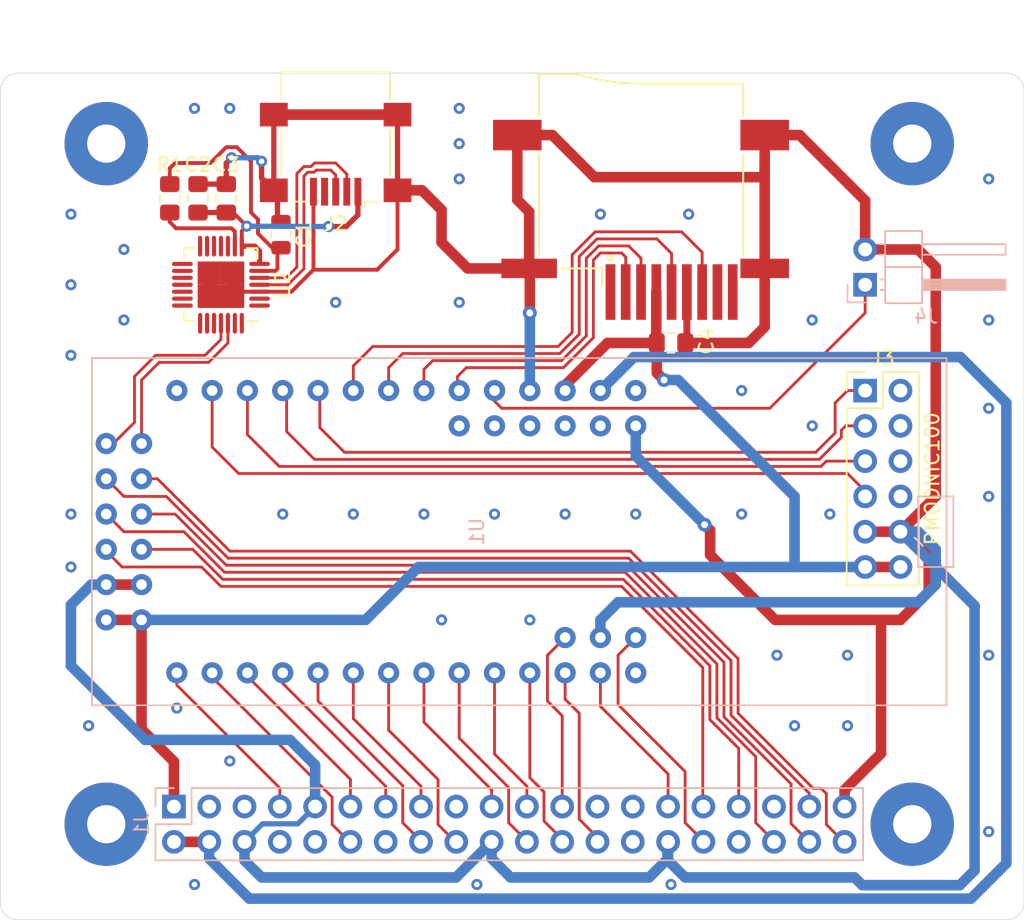
<source format=kicad_pcb>
(kicad_pcb (version 20171130) (host pcbnew "(5.1.2)-1")

  (general
    (thickness 1.6)
    (drawings 15)
    (tracks 434)
    (zones 0)
    (modules 16)
    (nets 76)
  )

  (page A4)
  (layers
    (0 F.Cu signal)
    (31 B.Cu signal)
    (32 B.Adhes user)
    (33 F.Adhes user)
    (34 B.Paste user)
    (35 F.Paste user)
    (36 B.SilkS user)
    (37 F.SilkS user)
    (38 B.Mask user)
    (39 F.Mask user)
    (40 Dwgs.User user)
    (41 Cmts.User user)
    (42 Eco1.User user)
    (43 Eco2.User user)
    (44 Edge.Cuts user)
    (45 Margin user)
    (46 B.CrtYd user)
    (47 F.CrtYd user)
    (48 B.Fab user)
    (49 F.Fab user)
  )

  (setup
    (last_trace_width 0.762)
    (user_trace_width 0.2794)
    (user_trace_width 0.381)
    (user_trace_width 0.508)
    (user_trace_width 0.762)
    (trace_clearance 0.2032)
    (zone_clearance 0.508)
    (zone_45_only no)
    (trace_min 0.127)
    (via_size 0.8)
    (via_drill 0.4)
    (via_min_size 0.45)
    (via_min_drill 0.3)
    (user_via 1 0.5)
    (uvia_size 0.3)
    (uvia_drill 0.1)
    (uvias_allowed no)
    (uvia_min_size 0.2)
    (uvia_min_drill 0.1)
    (edge_width 0.05)
    (segment_width 0.2)
    (pcb_text_width 0.3)
    (pcb_text_size 1.5 1.5)
    (mod_edge_width 0.12)
    (mod_text_size 1 1)
    (mod_text_width 0.15)
    (pad_size 1.524 1.524)
    (pad_drill 0.762)
    (pad_to_mask_clearance 0.051)
    (solder_mask_min_width 0.25)
    (aux_axis_origin 0 0)
    (visible_elements 7FFFFFFF)
    (pcbplotparams
      (layerselection 0x010fc_ffffffff)
      (usegerberextensions false)
      (usegerberattributes false)
      (usegerberadvancedattributes false)
      (creategerberjobfile false)
      (excludeedgelayer true)
      (linewidth 0.100000)
      (plotframeref false)
      (viasonmask false)
      (mode 1)
      (useauxorigin false)
      (hpglpennumber 1)
      (hpglpenspeed 20)
      (hpglpendiameter 15.000000)
      (psnegative false)
      (psa4output false)
      (plotreference true)
      (plotvalue true)
      (plotinvisibletext false)
      (padsonsilk false)
      (subtractmaskfromsilk false)
      (outputformat 5)
      (mirror false)
      (drillshape 0)
      (scaleselection 1)
      (outputdirectory "output"))
  )

  (net 0 "")
  (net 1 +3V3)
  (net 2 +5V)
  (net 3 "Net-(J1-Pad3)")
  (net 4 "Net-(J1-Pad5)")
  (net 5 GND)
  (net 6 /PANEL_COL2)
  (net 7 /PANEL_TX)
  (net 8 /PANEL_RX)
  (net 9 /PANEL_ROW1)
  (net 10 /PANEL_ROW2)
  (net 11 /PANEL_COL1)
  (net 12 "Net-(J1-Pad14)")
  (net 13 /PANEL_XLED2)
  (net 14 /PANEL_XLED3)
  (net 15 "Net-(J1-Pad17)")
  (net 16 /PANEL_XLED4)
  (net 17 /PANEL_COL8)
  (net 18 /PANEL_COL7)
  (net 19 /PANEL_XLED5)
  (net 20 /PANEL_COL9)
  (net 21 /PANEL_COL6)
  (net 22 "Net-(J1-Pad25)")
  (net 23 /PANEL_COL5)
  (net 24 "Net-(J1-Pad27)")
  (net 25 "Net-(J1-Pad28)")
  (net 26 /PANEL_COL3)
  (net 27 /PANEL_COL4)
  (net 28 /PANEL_COL10)
  (net 29 /PANEL_COL11)
  (net 30 "Net-(J1-Pad34)")
  (net 31 "Net-(J1-Pad35)")
  (net 32 /PANEL_ROW0)
  (net 33 /PANEL_COL0)
  (net 34 /PANEL_XLED0)
  (net 35 /PANEL_XLED1)
  (net 36 "Net-(U1-Pad1)")
  (net 37 "Net-(U1-Pad15)")
  (net 38 "Net-(U1-Pad28)")
  (net 39 "Net-(U1-Pad33)")
  (net 40 "Net-(U1-Pad34)")
  (net 41 "Net-(U1-Pad35)")
  (net 42 "Net-(U1-Pad36)")
  (net 43 "Net-(U1-Pad37)")
  (net 44 /CP2102_3V3)
  (net 45 "Net-(C2-Pad1)")
  (net 46 "Net-(J2-Pad2)")
  (net 47 "Net-(J2-Pad3)")
  (net 48 "Net-(J2-Pad4)")
  (net 49 "Net-(R1-Pad2)")
  (net 50 "Net-(U2-Pad28)")
  (net 51 "Net-(U2-Pad27)")
  (net 52 /UART_RX)
  (net 53 /UART_TX)
  (net 54 /UART_RTS)
  (net 55 /UART_CTS)
  (net 56 "Net-(U2-Pad12)")
  (net 57 "Net-(U2-Pad11)")
  (net 58 "Net-(U2-Pad2)")
  (net 59 "Net-(U2-Pad1)")
  (net 60 "Net-(XS1-Pad9)")
  (net 61 /SD_MISO)
  (net 62 "Net-(XS1-Pad8)")
  (net 63 /SD_SCK)
  (net 64 "Net-(XS1-Pad1)")
  (net 65 /SD_CS)
  (net 66 /SD_MOSI)
  (net 67 /ETH_CS)
  (net 68 /ETH_MOSI)
  (net 69 /ETH_MISO)
  (net 70 /ETH_SCLK)
  (net 71 /ETH_INT)
  (net 72 "Net-(J3-Pad8)")
  (net 73 "Net-(J3-Pad9)")
  (net 74 "Net-(J3-Pad10)")
  (net 75 /RESET)

  (net_class Default "This is the default net class."
    (clearance 0.2032)
    (trace_width 0.2032)
    (via_dia 0.8)
    (via_drill 0.4)
    (uvia_dia 0.3)
    (uvia_drill 0.1)
    (add_net +3V3)
    (add_net +5V)
    (add_net /CP2102_3V3)
    (add_net /ETH_CS)
    (add_net /ETH_INT)
    (add_net /ETH_MISO)
    (add_net /ETH_MOSI)
    (add_net /ETH_SCLK)
    (add_net /PANEL_COL0)
    (add_net /PANEL_COL1)
    (add_net /PANEL_COL10)
    (add_net /PANEL_COL11)
    (add_net /PANEL_COL2)
    (add_net /PANEL_COL3)
    (add_net /PANEL_COL4)
    (add_net /PANEL_COL5)
    (add_net /PANEL_COL6)
    (add_net /PANEL_COL7)
    (add_net /PANEL_COL8)
    (add_net /PANEL_COL9)
    (add_net /PANEL_ROW0)
    (add_net /PANEL_ROW1)
    (add_net /PANEL_ROW2)
    (add_net /PANEL_RX)
    (add_net /PANEL_TX)
    (add_net /PANEL_XLED0)
    (add_net /PANEL_XLED1)
    (add_net /PANEL_XLED2)
    (add_net /PANEL_XLED3)
    (add_net /PANEL_XLED4)
    (add_net /PANEL_XLED5)
    (add_net /RESET)
    (add_net /SD_CS)
    (add_net /SD_MISO)
    (add_net /SD_MOSI)
    (add_net /SD_SCK)
    (add_net /UART_CTS)
    (add_net /UART_RTS)
    (add_net /UART_RX)
    (add_net /UART_TX)
    (add_net GND)
    (add_net "Net-(C2-Pad1)")
    (add_net "Net-(J1-Pad14)")
    (add_net "Net-(J1-Pad17)")
    (add_net "Net-(J1-Pad25)")
    (add_net "Net-(J1-Pad27)")
    (add_net "Net-(J1-Pad28)")
    (add_net "Net-(J1-Pad3)")
    (add_net "Net-(J1-Pad34)")
    (add_net "Net-(J1-Pad35)")
    (add_net "Net-(J1-Pad5)")
    (add_net "Net-(J2-Pad2)")
    (add_net "Net-(J2-Pad3)")
    (add_net "Net-(J2-Pad4)")
    (add_net "Net-(J3-Pad10)")
    (add_net "Net-(J3-Pad8)")
    (add_net "Net-(J3-Pad9)")
    (add_net "Net-(R1-Pad2)")
    (add_net "Net-(U1-Pad1)")
    (add_net "Net-(U1-Pad15)")
    (add_net "Net-(U1-Pad28)")
    (add_net "Net-(U1-Pad33)")
    (add_net "Net-(U1-Pad34)")
    (add_net "Net-(U1-Pad35)")
    (add_net "Net-(U1-Pad36)")
    (add_net "Net-(U1-Pad37)")
    (add_net "Net-(U2-Pad1)")
    (add_net "Net-(U2-Pad11)")
    (add_net "Net-(U2-Pad12)")
    (add_net "Net-(U2-Pad2)")
    (add_net "Net-(U2-Pad27)")
    (add_net "Net-(U2-Pad28)")
    (add_net "Net-(XS1-Pad1)")
    (add_net "Net-(XS1-Pad8)")
    (add_net "Net-(XS1-Pad9)")
  )

  (module pidp11_cyc1000_adapter:CYC1000 (layer B.Cu) (tedit 5DBEC3A6) (tstamp 5DBED75A)
    (at 153.67 109.22 90)
    (path /5DA133D7)
    (fp_text reference U1 (at 0 -2.54 270) (layer B.SilkS)
      (effects (font (size 1 1) (thickness 0.15)) (justify mirror))
    )
    (fp_text value CYC1000 (at 0 2.54 270) (layer B.Fab)
      (effects (font (size 1 1) (thickness 0.15)) (justify mirror))
    )
    (fp_line (start -12.5 31.258) (end -12.5 -30.242) (layer B.SilkS) (width 0.12))
    (fp_line (start 12.5 31.258) (end 12.5 -30.242) (layer B.SilkS) (width 0.12))
    (fp_line (start -12.5 -30.242) (end 12.5 -30.242) (layer B.SilkS) (width 0.12))
    (fp_line (start -12.5 31.258) (end 12.5 31.258) (layer B.SilkS) (width 0.12))
    (fp_line (start -2.54 31.75) (end -2.54 29.21) (layer B.SilkS) (width 0.12))
    (fp_line (start -2.54 29.21) (end 2.54 29.21) (layer B.SilkS) (width 0.12))
    (fp_line (start 2.54 29.21) (end 2.54 31.75) (layer B.SilkS) (width 0.12))
    (fp_line (start 2.54 31.75) (end -2.54 31.75) (layer B.SilkS) (width 0.12))
    (pad 1 thru_hole circle (at -10.16 8.89 90) (size 1.524 1.524) (drill 0.762) (layers *.Cu *.Mask)
      (net 36 "Net-(U1-Pad1)"))
    (pad 2 thru_hole circle (at -10.16 6.35 90) (size 1.524 1.524) (drill 0.762) (layers *.Cu *.Mask)
      (net 26 /PANEL_COL3))
    (pad 3 thru_hole circle (at -10.16 3.81 90) (size 1.524 1.524) (drill 0.762) (layers *.Cu *.Mask)
      (net 23 /PANEL_COL5))
    (pad 4 thru_hole circle (at -10.16 1.27 90) (size 1.524 1.524) (drill 0.762) (layers *.Cu *.Mask)
      (net 21 /PANEL_COL6))
    (pad 5 thru_hole circle (at -10.16 -1.27 90) (size 1.524 1.524) (drill 0.762) (layers *.Cu *.Mask)
      (net 18 /PANEL_COL7))
    (pad 6 thru_hole circle (at -10.16 -3.81 90) (size 1.524 1.524) (drill 0.762) (layers *.Cu *.Mask)
      (net 19 /PANEL_XLED5))
    (pad 7 thru_hole circle (at -10.16 -6.35 90) (size 1.524 1.524) (drill 0.762) (layers *.Cu *.Mask)
      (net 17 /PANEL_COL8))
    (pad 8 thru_hole circle (at -10.16 -8.89 90) (size 1.524 1.524) (drill 0.762) (layers *.Cu *.Mask)
      (net 16 /PANEL_XLED4))
    (pad 9 thru_hole circle (at -10.16 -11.43 90) (size 1.524 1.524) (drill 0.762) (layers *.Cu *.Mask)
      (net 13 /PANEL_XLED2))
    (pad 10 thru_hole circle (at -10.16 -13.97 90) (size 1.524 1.524) (drill 0.762) (layers *.Cu *.Mask)
      (net 14 /PANEL_XLED3))
    (pad 11 thru_hole circle (at -10.16 -16.51 90) (size 1.524 1.524) (drill 0.762) (layers *.Cu *.Mask)
      (net 11 /PANEL_COL1))
    (pad 12 thru_hole circle (at -10.16 -19.05 90) (size 1.524 1.524) (drill 0.762) (layers *.Cu *.Mask)
      (net 9 /PANEL_ROW1))
    (pad 13 thru_hole circle (at -10.16 -21.59 90) (size 1.524 1.524) (drill 0.762) (layers *.Cu *.Mask)
      (net 10 /PANEL_ROW2))
    (pad 14 thru_hole circle (at -10.16 -24.13 90) (size 1.524 1.524) (drill 0.762) (layers *.Cu *.Mask)
      (net 6 /PANEL_COL2))
    (pad 29 thru_hole circle (at -7.62 8.89 90) (size 1.524 1.524) (drill 0.762) (layers *.Cu *.Mask)
      (net 28 /PANEL_COL10))
    (pad 30 thru_hole circle (at -7.62 6.35 90) (size 1.524 1.524) (drill 0.762) (layers *.Cu *.Mask)
      (net 5 GND))
    (pad 31 thru_hole circle (at -7.62 3.81 90) (size 1.524 1.524) (drill 0.762) (layers *.Cu *.Mask)
      (net 20 /PANEL_COL9))
    (pad 43 thru_hole circle (at -6.35 -26.67 90) (size 1.524 1.524) (drill 0.762) (layers *.Cu *.Mask)
      (net 1 +3V3))
    (pad 49 thru_hole circle (at -6.35 -29.21 90) (size 1.524 1.524) (drill 0.762) (layers *.Cu *.Mask)
      (net 1 +3V3))
    (pad 48 thru_hole circle (at -3.81 -29.21 90) (size 1.524 1.524) (drill 0.762) (layers *.Cu *.Mask)
      (net 5 GND))
    (pad 42 thru_hole circle (at -3.81 -26.67 90) (size 1.524 1.524) (drill 0.762) (layers *.Cu *.Mask)
      (net 5 GND))
    (pad 41 thru_hole circle (at -1.27 -26.67 90) (size 1.524 1.524) (drill 0.762) (layers *.Cu *.Mask)
      (net 29 /PANEL_COL11))
    (pad 47 thru_hole circle (at -1.27 -29.21 90) (size 1.524 1.524) (drill 0.762) (layers *.Cu *.Mask)
      (net 27 /PANEL_COL4))
    (pad 46 thru_hole circle (at 1.27 -29.21 90) (size 1.524 1.524) (drill 0.762) (layers *.Cu *.Mask)
      (net 32 /PANEL_ROW0))
    (pad 40 thru_hole circle (at 1.27 -26.67 90) (size 1.524 1.524) (drill 0.762) (layers *.Cu *.Mask)
      (net 34 /PANEL_XLED0))
    (pad 39 thru_hole circle (at 3.81 -26.67 90) (size 1.524 1.524) (drill 0.762) (layers *.Cu *.Mask)
      (net 35 /PANEL_XLED1))
    (pad 45 thru_hole circle (at 3.81 -29.21 90) (size 1.524 1.524) (drill 0.762) (layers *.Cu *.Mask)
      (net 33 /PANEL_COL0))
    (pad 44 thru_hole circle (at 6.35 -29.21 90) (size 1.524 1.524) (drill 0.762) (layers *.Cu *.Mask)
      (net 53 /UART_TX))
    (pad 38 thru_hole circle (at 6.35 -26.67 90) (size 1.524 1.524) (drill 0.762) (layers *.Cu *.Mask)
      (net 52 /UART_RX))
    (pad 15 thru_hole circle (at 10.16 -24.13 90) (size 1.524 1.524) (drill 0.762) (layers *.Cu *.Mask)
      (net 37 "Net-(U1-Pad15)"))
    (pad 16 thru_hole circle (at 10.16 -21.59 90) (size 1.524 1.524) (drill 0.762) (layers *.Cu *.Mask)
      (net 70 /ETH_SCLK))
    (pad 17 thru_hole circle (at 10.16 -19.05 90) (size 1.524 1.524) (drill 0.762) (layers *.Cu *.Mask)
      (net 69 /ETH_MISO))
    (pad 18 thru_hole circle (at 10.16 -16.51 90) (size 1.524 1.524) (drill 0.762) (layers *.Cu *.Mask)
      (net 68 /ETH_MOSI))
    (pad 20 thru_hole circle (at 10.16 -11.43 90) (size 1.524 1.524) (drill 0.762) (layers *.Cu *.Mask)
      (net 61 /SD_MISO))
    (pad 19 thru_hole circle (at 10.16 -13.97 90) (size 1.524 1.524) (drill 0.762) (layers *.Cu *.Mask)
      (net 67 /ETH_CS))
    (pad 21 thru_hole circle (at 10.16 -8.89 90) (size 1.524 1.524) (drill 0.762) (layers *.Cu *.Mask)
      (net 63 /SD_SCK))
    (pad 22 thru_hole circle (at 10.16 -6.35 90) (size 1.524 1.524) (drill 0.762) (layers *.Cu *.Mask)
      (net 66 /SD_MOSI))
    (pad 23 thru_hole circle (at 10.16 -3.81 90) (size 1.524 1.524) (drill 0.762) (layers *.Cu *.Mask)
      (net 65 /SD_CS))
    (pad 24 thru_hole circle (at 10.16 -1.27 90) (size 1.524 1.524) (drill 0.762) (layers *.Cu *.Mask)
      (net 75 /RESET))
    (pad 25 thru_hole circle (at 10.16 1.27 90) (size 1.524 1.524) (drill 0.762) (layers *.Cu *.Mask)
      (net 5 GND))
    (pad 26 thru_hole circle (at 10.16 3.81 90) (size 1.524 1.524) (drill 0.762) (layers *.Cu *.Mask)
      (net 1 +3V3))
    (pad 27 thru_hole circle (at 10.16 6.35 90) (size 1.524 1.524) (drill 0.762) (layers *.Cu *.Mask)
      (net 2 +5V))
    (pad 28 thru_hole circle (at 10.16 8.89 90) (size 1.524 1.524) (drill 0.762) (layers *.Cu *.Mask)
      (net 38 "Net-(U1-Pad28)"))
    (pad 32 thru_hole circle (at 7.62 8.89 90) (size 1.524 1.524) (drill 0.762) (layers *.Cu *.Mask)
      (net 5 GND))
    (pad 33 thru_hole circle (at 7.62 6.35 90) (size 1.524 1.524) (drill 0.762) (layers *.Cu *.Mask)
      (net 39 "Net-(U1-Pad33)"))
    (pad 34 thru_hole circle (at 7.62 3.81 90) (size 1.524 1.524) (drill 0.762) (layers *.Cu *.Mask)
      (net 40 "Net-(U1-Pad34)"))
    (pad 35 thru_hole circle (at 7.62 1.27 90) (size 1.524 1.524) (drill 0.762) (layers *.Cu *.Mask)
      (net 41 "Net-(U1-Pad35)"))
    (pad 36 thru_hole circle (at 7.62 -1.27 90) (size 1.524 1.524) (drill 0.762) (layers *.Cu *.Mask)
      (net 42 "Net-(U1-Pad36)"))
    (pad 37 thru_hole circle (at 7.62 -3.81 90) (size 1.524 1.524) (drill 0.762) (layers *.Cu *.Mask)
      (net 43 "Net-(U1-Pad37)"))
  )

  (module Connector_PinHeader_2.54mm:PinHeader_2x20_P2.54mm_Vertical (layer B.Cu) (tedit 59FED5CC) (tstamp 5D796357)
    (at 129.33 129.01 270)
    (descr "Through hole straight pin header, 2x20, 2.54mm pitch, double rows")
    (tags "Through hole pin header THT 2x20 2.54mm double row")
    (path /5DA46B53)
    (fp_text reference J1 (at 1.27 2.33 270) (layer B.SilkS)
      (effects (font (size 1 1) (thickness 0.15)) (justify mirror))
    )
    (fp_text value PIDP11_HDR (at 1.27 -50.59 270) (layer B.Fab)
      (effects (font (size 1 1) (thickness 0.15)) (justify mirror))
    )
    (fp_line (start 0 1.27) (end 3.81 1.27) (layer B.Fab) (width 0.1))
    (fp_line (start 3.81 1.27) (end 3.81 -49.53) (layer B.Fab) (width 0.1))
    (fp_line (start 3.81 -49.53) (end -1.27 -49.53) (layer B.Fab) (width 0.1))
    (fp_line (start -1.27 -49.53) (end -1.27 0) (layer B.Fab) (width 0.1))
    (fp_line (start -1.27 0) (end 0 1.27) (layer B.Fab) (width 0.1))
    (fp_line (start -1.33 -49.59) (end 3.87 -49.59) (layer B.SilkS) (width 0.12))
    (fp_line (start -1.33 -1.27) (end -1.33 -49.59) (layer B.SilkS) (width 0.12))
    (fp_line (start 3.87 1.33) (end 3.87 -49.59) (layer B.SilkS) (width 0.12))
    (fp_line (start -1.33 -1.27) (end 1.27 -1.27) (layer B.SilkS) (width 0.12))
    (fp_line (start 1.27 -1.27) (end 1.27 1.33) (layer B.SilkS) (width 0.12))
    (fp_line (start 1.27 1.33) (end 3.87 1.33) (layer B.SilkS) (width 0.12))
    (fp_line (start -1.33 0) (end -1.33 1.33) (layer B.SilkS) (width 0.12))
    (fp_line (start -1.33 1.33) (end 0 1.33) (layer B.SilkS) (width 0.12))
    (fp_line (start -1.8 1.8) (end -1.8 -50.05) (layer B.CrtYd) (width 0.05))
    (fp_line (start -1.8 -50.05) (end 4.35 -50.05) (layer B.CrtYd) (width 0.05))
    (fp_line (start 4.35 -50.05) (end 4.35 1.8) (layer B.CrtYd) (width 0.05))
    (fp_line (start 4.35 1.8) (end -1.8 1.8) (layer B.CrtYd) (width 0.05))
    (fp_text user %R (at 1.27 -24.13) (layer B.Fab)
      (effects (font (size 1 1) (thickness 0.15)) (justify mirror))
    )
    (pad 1 thru_hole rect (at 0 0 270) (size 1.7 1.7) (drill 1) (layers *.Cu *.Mask)
      (net 1 +3V3))
    (pad 2 thru_hole oval (at 2.54 0 270) (size 1.7 1.7) (drill 1) (layers *.Cu *.Mask)
      (net 2 +5V))
    (pad 3 thru_hole oval (at 0 -2.54 270) (size 1.7 1.7) (drill 1) (layers *.Cu *.Mask)
      (net 3 "Net-(J1-Pad3)"))
    (pad 4 thru_hole oval (at 2.54 -2.54 270) (size 1.7 1.7) (drill 1) (layers *.Cu *.Mask)
      (net 2 +5V))
    (pad 5 thru_hole oval (at 0 -5.08 270) (size 1.7 1.7) (drill 1) (layers *.Cu *.Mask)
      (net 4 "Net-(J1-Pad5)"))
    (pad 6 thru_hole oval (at 2.54 -5.08 270) (size 1.7 1.7) (drill 1) (layers *.Cu *.Mask)
      (net 5 GND))
    (pad 7 thru_hole oval (at 0 -7.62 270) (size 1.7 1.7) (drill 1) (layers *.Cu *.Mask)
      (net 6 /PANEL_COL2))
    (pad 8 thru_hole oval (at 2.54 -7.62 270) (size 1.7 1.7) (drill 1) (layers *.Cu *.Mask)
      (net 7 /PANEL_TX))
    (pad 9 thru_hole oval (at 0 -10.16 270) (size 1.7 1.7) (drill 1) (layers *.Cu *.Mask)
      (net 5 GND))
    (pad 10 thru_hole oval (at 2.54 -10.16 270) (size 1.7 1.7) (drill 1) (layers *.Cu *.Mask)
      (net 8 /PANEL_RX))
    (pad 11 thru_hole oval (at 0 -12.7 270) (size 1.7 1.7) (drill 1) (layers *.Cu *.Mask)
      (net 9 /PANEL_ROW1))
    (pad 12 thru_hole oval (at 2.54 -12.7 270) (size 1.7 1.7) (drill 1) (layers *.Cu *.Mask)
      (net 10 /PANEL_ROW2))
    (pad 13 thru_hole oval (at 0 -15.24 270) (size 1.7 1.7) (drill 1) (layers *.Cu *.Mask)
      (net 11 /PANEL_COL1))
    (pad 14 thru_hole oval (at 2.54 -15.24 270) (size 1.7 1.7) (drill 1) (layers *.Cu *.Mask)
      (net 12 "Net-(J1-Pad14)"))
    (pad 15 thru_hole oval (at 0 -17.78 270) (size 1.7 1.7) (drill 1) (layers *.Cu *.Mask)
      (net 13 /PANEL_XLED2))
    (pad 16 thru_hole oval (at 2.54 -17.78 270) (size 1.7 1.7) (drill 1) (layers *.Cu *.Mask)
      (net 14 /PANEL_XLED3))
    (pad 17 thru_hole oval (at 0 -20.32 270) (size 1.7 1.7) (drill 1) (layers *.Cu *.Mask)
      (net 15 "Net-(J1-Pad17)"))
    (pad 18 thru_hole oval (at 2.54 -20.32 270) (size 1.7 1.7) (drill 1) (layers *.Cu *.Mask)
      (net 16 /PANEL_XLED4))
    (pad 19 thru_hole oval (at 0 -22.86 270) (size 1.7 1.7) (drill 1) (layers *.Cu *.Mask)
      (net 17 /PANEL_COL8))
    (pad 20 thru_hole oval (at 2.54 -22.86 270) (size 1.7 1.7) (drill 1) (layers *.Cu *.Mask)
      (net 5 GND))
    (pad 21 thru_hole oval (at 0 -25.4 270) (size 1.7 1.7) (drill 1) (layers *.Cu *.Mask)
      (net 18 /PANEL_COL7))
    (pad 22 thru_hole oval (at 2.54 -25.4 270) (size 1.7 1.7) (drill 1) (layers *.Cu *.Mask)
      (net 19 /PANEL_XLED5))
    (pad 23 thru_hole oval (at 0 -27.94 270) (size 1.7 1.7) (drill 1) (layers *.Cu *.Mask)
      (net 20 /PANEL_COL9))
    (pad 24 thru_hole oval (at 2.54 -27.94 270) (size 1.7 1.7) (drill 1) (layers *.Cu *.Mask)
      (net 21 /PANEL_COL6))
    (pad 25 thru_hole oval (at 0 -30.48 270) (size 1.7 1.7) (drill 1) (layers *.Cu *.Mask)
      (net 22 "Net-(J1-Pad25)"))
    (pad 26 thru_hole oval (at 2.54 -30.48 270) (size 1.7 1.7) (drill 1) (layers *.Cu *.Mask)
      (net 23 /PANEL_COL5))
    (pad 27 thru_hole oval (at 0 -33.02 270) (size 1.7 1.7) (drill 1) (layers *.Cu *.Mask)
      (net 24 "Net-(J1-Pad27)"))
    (pad 28 thru_hole oval (at 2.54 -33.02 270) (size 1.7 1.7) (drill 1) (layers *.Cu *.Mask)
      (net 25 "Net-(J1-Pad28)"))
    (pad 29 thru_hole oval (at 0 -35.56 270) (size 1.7 1.7) (drill 1) (layers *.Cu *.Mask)
      (net 26 /PANEL_COL3))
    (pad 30 thru_hole oval (at 2.54 -35.56 270) (size 1.7 1.7) (drill 1) (layers *.Cu *.Mask)
      (net 5 GND))
    (pad 31 thru_hole oval (at 0 -38.1 270) (size 1.7 1.7) (drill 1) (layers *.Cu *.Mask)
      (net 27 /PANEL_COL4))
    (pad 32 thru_hole oval (at 2.54 -38.1 270) (size 1.7 1.7) (drill 1) (layers *.Cu *.Mask)
      (net 28 /PANEL_COL10))
    (pad 33 thru_hole oval (at 0 -40.64 270) (size 1.7 1.7) (drill 1) (layers *.Cu *.Mask)
      (net 29 /PANEL_COL11))
    (pad 34 thru_hole oval (at 2.54 -40.64 270) (size 1.7 1.7) (drill 1) (layers *.Cu *.Mask)
      (net 30 "Net-(J1-Pad34)"))
    (pad 35 thru_hole oval (at 0 -43.18 270) (size 1.7 1.7) (drill 1) (layers *.Cu *.Mask)
      (net 31 "Net-(J1-Pad35)"))
    (pad 36 thru_hole oval (at 2.54 -43.18 270) (size 1.7 1.7) (drill 1) (layers *.Cu *.Mask)
      (net 32 /PANEL_ROW0))
    (pad 37 thru_hole oval (at 0 -45.72 270) (size 1.7 1.7) (drill 1) (layers *.Cu *.Mask)
      (net 33 /PANEL_COL0))
    (pad 38 thru_hole oval (at 2.54 -45.72 270) (size 1.7 1.7) (drill 1) (layers *.Cu *.Mask)
      (net 34 /PANEL_XLED0))
    (pad 39 thru_hole oval (at 0 -48.26 270) (size 1.7 1.7) (drill 1) (layers *.Cu *.Mask)
      (net 5 GND))
    (pad 40 thru_hole oval (at 2.54 -48.26 270) (size 1.7 1.7) (drill 1) (layers *.Cu *.Mask)
      (net 35 /PANEL_XLED1))
    (model ${KISYS3DMOD}/Connector_PinHeader_2.54mm.3dshapes/PinHeader_2x20_P2.54mm_Vertical.wrl
      (at (xyz 0 0 0))
      (scale (xyz 1 1 1))
      (rotate (xyz 0 0 0))
    )
  )

  (module pidp11_cyc1000_adapter:MountingHole_RasPI (layer F.Cu) (tedit 5CF3D796) (tstamp 5D7D03C4)
    (at 124.46 81.28)
    (descr "Mounting Hole 2.7mm")
    (tags "mounting hole 2.7mm")
    (path /5D7CCDE0)
    (solder_mask_margin 0.5)
    (clearance 1)
    (attr virtual)
    (fp_text reference H1 (at 0 -3.7) (layer F.SilkS) hide
      (effects (font (size 1 1) (thickness 0.15)))
    )
    (fp_text value MountingHole (at 0 3.7) (layer F.Fab) hide
      (effects (font (size 1 1) (thickness 0.15)))
    )
    (fp_text user %R (at 0.3 0) (layer F.Fab)
      (effects (font (size 1 1) (thickness 0.15)))
    )
    (fp_circle (center 0 0) (end 2.7 0) (layer Cmts.User) (width 0.15))
    (fp_circle (center 0 0) (end 3.302 0) (layer F.CrtYd) (width 0.05))
    (pad 1 thru_hole circle (at 0 0) (size 6 6) (drill 2.75) (layers *.Cu *.Mask))
  )

  (module pidp11_cyc1000_adapter:MountingHole_RasPI (layer F.Cu) (tedit 5CF3D796) (tstamp 5D7D035B)
    (at 124.46 130.28)
    (descr "Mounting Hole 2.7mm")
    (tags "mounting hole 2.7mm")
    (path /5D7CD17F)
    (solder_mask_margin 0.5)
    (clearance 1)
    (attr virtual)
    (fp_text reference H2 (at 0 -3.7) (layer F.SilkS) hide
      (effects (font (size 1 1) (thickness 0.15)))
    )
    (fp_text value MountingHole (at 0 3.7) (layer F.Fab) hide
      (effects (font (size 1 1) (thickness 0.15)))
    )
    (fp_circle (center 0 0) (end 3.302 0) (layer F.CrtYd) (width 0.05))
    (fp_circle (center 0 0) (end 2.7 0) (layer Cmts.User) (width 0.15))
    (fp_text user %R (at 0.3 0) (layer F.Fab)
      (effects (font (size 1 1) (thickness 0.15)))
    )
    (pad 1 thru_hole circle (at 0 0) (size 6 6) (drill 2.75) (layers *.Cu *.Mask))
  )

  (module pidp11_cyc1000_adapter:MountingHole_RasPI (layer F.Cu) (tedit 5CF3D796) (tstamp 5D7D0363)
    (at 182.46 81.28)
    (descr "Mounting Hole 2.7mm")
    (tags "mounting hole 2.7mm")
    (path /5D7CD33A)
    (solder_mask_margin 0.5)
    (clearance 1)
    (attr virtual)
    (fp_text reference H3 (at 0 -3.7) (layer F.SilkS) hide
      (effects (font (size 1 1) (thickness 0.15)))
    )
    (fp_text value MountingHole (at 0 3.7) (layer F.Fab) hide
      (effects (font (size 1 1) (thickness 0.15)))
    )
    (fp_text user %R (at 0.3 0) (layer F.Fab)
      (effects (font (size 1 1) (thickness 0.15)))
    )
    (fp_circle (center 0 0) (end 2.7 0) (layer Cmts.User) (width 0.15))
    (fp_circle (center 0 0) (end 3.302 0) (layer F.CrtYd) (width 0.05))
    (pad 1 thru_hole circle (at 0 0) (size 6 6) (drill 2.75) (layers *.Cu *.Mask))
  )

  (module pidp11_cyc1000_adapter:MountingHole_RasPI (layer F.Cu) (tedit 5CF3D796) (tstamp 5D7D036B)
    (at 182.46 130.28)
    (descr "Mounting Hole 2.7mm")
    (tags "mounting hole 2.7mm")
    (path /5D7CD545)
    (solder_mask_margin 0.5)
    (clearance 1)
    (attr virtual)
    (fp_text reference H4 (at 0 -3.7) (layer F.SilkS) hide
      (effects (font (size 1 1) (thickness 0.15)))
    )
    (fp_text value MountingHole (at 0 3.7) (layer F.Fab) hide
      (effects (font (size 1 1) (thickness 0.15)))
    )
    (fp_circle (center 0 0) (end 3.302 0) (layer F.CrtYd) (width 0.05))
    (fp_circle (center 0 0) (end 2.7 0) (layer Cmts.User) (width 0.15))
    (fp_text user %R (at 0.3 0) (layer F.Fab)
      (effects (font (size 1 1) (thickness 0.15)))
    )
    (pad 1 thru_hole circle (at 0 0) (size 6 6) (drill 2.75) (layers *.Cu *.Mask))
  )

  (module Capacitor_SMD:C_0805_2012Metric_Pad1.15x1.40mm_HandSolder (layer F.Cu) (tedit 5B36C52B) (tstamp 5DBF31AE)
    (at 131.064 85.217 90)
    (descr "Capacitor SMD 0805 (2012 Metric), square (rectangular) end terminal, IPC_7351 nominal with elongated pad for handsoldering. (Body size source: https://docs.google.com/spreadsheets/d/1BsfQQcO9C6DZCsRaXUlFlo91Tg2WpOkGARC1WS5S8t0/edit?usp=sharing), generated with kicad-footprint-generator")
    (tags "capacitor handsolder")
    (path /5DC7D9D0)
    (attr smd)
    (fp_text reference C2 (at 2.413 0 180) (layer F.SilkS)
      (effects (font (size 1 1) (thickness 0.15)))
    )
    (fp_text value 1uF (at 0 1.65 90) (layer F.Fab)
      (effects (font (size 1 1) (thickness 0.15)))
    )
    (fp_text user %R (at 0 0 90) (layer F.Fab)
      (effects (font (size 0.5 0.5) (thickness 0.08)))
    )
    (fp_line (start 1.85 0.95) (end -1.85 0.95) (layer F.CrtYd) (width 0.05))
    (fp_line (start 1.85 -0.95) (end 1.85 0.95) (layer F.CrtYd) (width 0.05))
    (fp_line (start -1.85 -0.95) (end 1.85 -0.95) (layer F.CrtYd) (width 0.05))
    (fp_line (start -1.85 0.95) (end -1.85 -0.95) (layer F.CrtYd) (width 0.05))
    (fp_line (start -0.261252 0.71) (end 0.261252 0.71) (layer F.SilkS) (width 0.12))
    (fp_line (start -0.261252 -0.71) (end 0.261252 -0.71) (layer F.SilkS) (width 0.12))
    (fp_line (start 1 0.6) (end -1 0.6) (layer F.Fab) (width 0.1))
    (fp_line (start 1 -0.6) (end 1 0.6) (layer F.Fab) (width 0.1))
    (fp_line (start -1 -0.6) (end 1 -0.6) (layer F.Fab) (width 0.1))
    (fp_line (start -1 0.6) (end -1 -0.6) (layer F.Fab) (width 0.1))
    (pad 2 smd roundrect (at 1.025 0 90) (size 1.15 1.4) (layers F.Cu F.Paste F.Mask) (roundrect_rratio 0.217391)
      (net 5 GND))
    (pad 1 smd roundrect (at -1.025 0 90) (size 1.15 1.4) (layers F.Cu F.Paste F.Mask) (roundrect_rratio 0.217391)
      (net 45 "Net-(C2-Pad1)"))
    (model ${KISYS3DMOD}/Capacitor_SMD.3dshapes/C_0805_2012Metric.wrl
      (at (xyz 0 0 0))
      (scale (xyz 1 1 1))
      (rotate (xyz 0 0 0))
    )
  )

  (module Capacitor_SMD:C_0805_2012Metric_Pad1.15x1.40mm_HandSolder (layer F.Cu) (tedit 5B36C52B) (tstamp 5DBF31BF)
    (at 133.096 85.217 90)
    (descr "Capacitor SMD 0805 (2012 Metric), square (rectangular) end terminal, IPC_7351 nominal with elongated pad for handsoldering. (Body size source: https://docs.google.com/spreadsheets/d/1BsfQQcO9C6DZCsRaXUlFlo91Tg2WpOkGARC1WS5S8t0/edit?usp=sharing), generated with kicad-footprint-generator")
    (tags "capacitor handsolder")
    (path /5DC7E1AB)
    (attr smd)
    (fp_text reference C3 (at 2.413 0 180) (layer F.SilkS)
      (effects (font (size 1 1) (thickness 0.15)))
    )
    (fp_text value 0.1uF (at 0 1.65 90) (layer F.Fab)
      (effects (font (size 1 1) (thickness 0.15)))
    )
    (fp_line (start -1 0.6) (end -1 -0.6) (layer F.Fab) (width 0.1))
    (fp_line (start -1 -0.6) (end 1 -0.6) (layer F.Fab) (width 0.1))
    (fp_line (start 1 -0.6) (end 1 0.6) (layer F.Fab) (width 0.1))
    (fp_line (start 1 0.6) (end -1 0.6) (layer F.Fab) (width 0.1))
    (fp_line (start -0.261252 -0.71) (end 0.261252 -0.71) (layer F.SilkS) (width 0.12))
    (fp_line (start -0.261252 0.71) (end 0.261252 0.71) (layer F.SilkS) (width 0.12))
    (fp_line (start -1.85 0.95) (end -1.85 -0.95) (layer F.CrtYd) (width 0.05))
    (fp_line (start -1.85 -0.95) (end 1.85 -0.95) (layer F.CrtYd) (width 0.05))
    (fp_line (start 1.85 -0.95) (end 1.85 0.95) (layer F.CrtYd) (width 0.05))
    (fp_line (start 1.85 0.95) (end -1.85 0.95) (layer F.CrtYd) (width 0.05))
    (fp_text user %R (at 0 0 90) (layer F.Fab)
      (effects (font (size 0.5 0.5) (thickness 0.08)))
    )
    (pad 1 smd roundrect (at -1.025 0 90) (size 1.15 1.4) (layers F.Cu F.Paste F.Mask) (roundrect_rratio 0.217391)
      (net 45 "Net-(C2-Pad1)"))
    (pad 2 smd roundrect (at 1.025 0 90) (size 1.15 1.4) (layers F.Cu F.Paste F.Mask) (roundrect_rratio 0.217391)
      (net 5 GND))
    (model ${KISYS3DMOD}/Capacitor_SMD.3dshapes/C_0805_2012Metric.wrl
      (at (xyz 0 0 0))
      (scale (xyz 1 1 1))
      (rotate (xyz 0 0 0))
    )
  )

  (module Capacitor_SMD:C_0805_2012Metric_Pad1.15x1.40mm_HandSolder (layer F.Cu) (tedit 5B36C52B) (tstamp 5DBF31D0)
    (at 165.1 95.631)
    (descr "Capacitor SMD 0805 (2012 Metric), square (rectangular) end terminal, IPC_7351 nominal with elongated pad for handsoldering. (Body size source: https://docs.google.com/spreadsheets/d/1BsfQQcO9C6DZCsRaXUlFlo91Tg2WpOkGARC1WS5S8t0/edit?usp=sharing), generated with kicad-footprint-generator")
    (tags "capacitor handsolder")
    (path /5DC41F07)
    (attr smd)
    (fp_text reference C4 (at 2.54 -0.127 90) (layer F.SilkS)
      (effects (font (size 1 1) (thickness 0.15)))
    )
    (fp_text value ?? (at 0 1.65) (layer F.Fab)
      (effects (font (size 1 1) (thickness 0.15)))
    )
    (fp_line (start -1 0.6) (end -1 -0.6) (layer F.Fab) (width 0.1))
    (fp_line (start -1 -0.6) (end 1 -0.6) (layer F.Fab) (width 0.1))
    (fp_line (start 1 -0.6) (end 1 0.6) (layer F.Fab) (width 0.1))
    (fp_line (start 1 0.6) (end -1 0.6) (layer F.Fab) (width 0.1))
    (fp_line (start -0.261252 -0.71) (end 0.261252 -0.71) (layer F.SilkS) (width 0.12))
    (fp_line (start -0.261252 0.71) (end 0.261252 0.71) (layer F.SilkS) (width 0.12))
    (fp_line (start -1.85 0.95) (end -1.85 -0.95) (layer F.CrtYd) (width 0.05))
    (fp_line (start -1.85 -0.95) (end 1.85 -0.95) (layer F.CrtYd) (width 0.05))
    (fp_line (start 1.85 -0.95) (end 1.85 0.95) (layer F.CrtYd) (width 0.05))
    (fp_line (start 1.85 0.95) (end -1.85 0.95) (layer F.CrtYd) (width 0.05))
    (fp_text user %R (at 0 0) (layer F.Fab)
      (effects (font (size 0.5 0.5) (thickness 0.08)))
    )
    (pad 1 smd roundrect (at -1.025 0) (size 1.15 1.4) (layers F.Cu F.Paste F.Mask) (roundrect_rratio 0.217391)
      (net 1 +3V3))
    (pad 2 smd roundrect (at 1.025 0) (size 1.15 1.4) (layers F.Cu F.Paste F.Mask) (roundrect_rratio 0.217391)
      (net 5 GND))
    (model ${KISYS3DMOD}/Capacitor_SMD.3dshapes/C_0805_2012Metric.wrl
      (at (xyz 0 0 0))
      (scale (xyz 1 1 1))
      (rotate (xyz 0 0 0))
    )
  )

  (module Connector_USB:USB_Mini-B_Lumberg_2486_01_Horizontal (layer F.Cu) (tedit 5AC6B535) (tstamp 5DBF3202)
    (at 140.97 82.042 180)
    (descr "USB Mini-B 5-pin SMD connector, http://downloads.lumberg.com/datenblaetter/en/2486_01.pdf")
    (tags "USB USB_B USB_Mini connector")
    (path /5DC74F6A)
    (attr smd)
    (fp_text reference J2 (at 0 -5) (layer F.SilkS)
      (effects (font (size 1 1) (thickness 0.15)))
    )
    (fp_text value USB_B_Micro (at 0 7.5) (layer F.Fab)
      (effects (font (size 1 1) (thickness 0.15)))
    )
    (fp_line (start 2.35 -4.2) (end -2.35 -4.2) (layer F.CrtYd) (width 0.05))
    (fp_line (start 2.35 -3.95) (end 2.35 -4.2) (layer F.CrtYd) (width 0.05))
    (fp_line (start 4.35 1.5) (end 5.95 1.5) (layer F.CrtYd) (width 0.05))
    (fp_line (start 4.35 4.2) (end 5.95 4.2) (layer F.CrtYd) (width 0.05))
    (fp_line (start 4.35 6.35) (end 4.35 4.2) (layer F.CrtYd) (width 0.05))
    (fp_line (start 3.91 5.91) (end -3.91 5.91) (layer F.SilkS) (width 0.12))
    (fp_line (start -1.6 -2.85) (end -1.25 -3.35) (layer F.Fab) (width 0.1))
    (fp_line (start -2.11 -3.41) (end -2.11 -3.84) (layer F.SilkS) (width 0.12))
    (fp_text user %R (at 0 1.6 180) (layer F.Fab)
      (effects (font (size 1 1) (thickness 0.15)))
    )
    (fp_line (start 3.91 5.91) (end 3.91 3.96) (layer F.SilkS) (width 0.12))
    (fp_line (start 3.91 1.74) (end 3.91 -1.49) (layer F.SilkS) (width 0.12))
    (fp_line (start 2.11 -3.41) (end 3.19 -3.41) (layer F.SilkS) (width 0.12))
    (fp_line (start -3.19 -3.41) (end -2.11 -3.41) (layer F.SilkS) (width 0.12))
    (fp_line (start -3.91 1.74) (end -3.91 -1.49) (layer F.SilkS) (width 0.12))
    (fp_line (start -3.91 5.91) (end -3.91 3.96) (layer F.SilkS) (width 0.12))
    (fp_line (start 3.85 5.85) (end 3.85 -3.35) (layer F.Fab) (width 0.1))
    (fp_line (start -3.85 5.85) (end 3.85 5.85) (layer F.Fab) (width 0.1))
    (fp_line (start -3.85 -3.35) (end -3.85 5.85) (layer F.Fab) (width 0.1))
    (fp_line (start -3.85 -3.35) (end 3.85 -3.35) (layer F.Fab) (width 0.1))
    (fp_line (start -4.35 6.35) (end 4.35 6.35) (layer F.CrtYd) (width 0.05))
    (fp_line (start 5.95 -3.95) (end 2.35 -3.95) (layer F.CrtYd) (width 0.05))
    (fp_line (start 5.95 1.5) (end 5.95 4.2) (layer F.CrtYd) (width 0.05))
    (fp_line (start -1.95 -3.35) (end -1.6 -2.85) (layer F.Fab) (width 0.1))
    (fp_line (start 4.35 -1.25) (end 4.35 1.5) (layer F.CrtYd) (width 0.05))
    (fp_line (start 4.35 -1.25) (end 5.95 -1.25) (layer F.CrtYd) (width 0.05))
    (fp_line (start 5.95 -3.95) (end 5.95 -1.25) (layer F.CrtYd) (width 0.05))
    (fp_line (start -2.35 -3.95) (end -2.35 -4.2) (layer F.CrtYd) (width 0.05))
    (fp_line (start -5.95 -3.95) (end -2.35 -3.95) (layer F.CrtYd) (width 0.05))
    (fp_line (start -5.95 -3.95) (end -5.95 -1.25) (layer F.CrtYd) (width 0.05))
    (fp_line (start -4.35 -1.25) (end -5.95 -1.25) (layer F.CrtYd) (width 0.05))
    (fp_line (start -4.35 -1.25) (end -4.35 1.5) (layer F.CrtYd) (width 0.05))
    (fp_line (start -4.35 1.5) (end -5.95 1.5) (layer F.CrtYd) (width 0.05))
    (fp_line (start -5.95 1.5) (end -5.95 4.2) (layer F.CrtYd) (width 0.05))
    (fp_line (start -4.35 4.2) (end -5.95 4.2) (layer F.CrtYd) (width 0.05))
    (fp_line (start -4.35 6.35) (end -4.35 4.2) (layer F.CrtYd) (width 0.05))
    (pad 1 smd rect (at -1.6 -2.7 180) (size 0.5 2) (layers F.Cu F.Paste F.Mask)
      (net 45 "Net-(C2-Pad1)"))
    (pad 2 smd rect (at -0.8 -2.7 180) (size 0.5 2) (layers F.Cu F.Paste F.Mask)
      (net 46 "Net-(J2-Pad2)"))
    (pad 3 smd rect (at 0 -2.7 180) (size 0.5 2) (layers F.Cu F.Paste F.Mask)
      (net 47 "Net-(J2-Pad3)"))
    (pad 4 smd rect (at 0.8 -2.7 180) (size 0.5 2) (layers F.Cu F.Paste F.Mask)
      (net 48 "Net-(J2-Pad4)"))
    (pad 5 smd rect (at 1.6 -2.7 180) (size 0.5 2) (layers F.Cu F.Paste F.Mask)
      (net 5 GND))
    (pad 6 smd rect (at -4.45 -2.6 180) (size 2 1.7) (layers F.Cu F.Paste F.Mask)
      (net 5 GND))
    (pad 6 smd rect (at -4.45 2.85 180) (size 2 1.7) (layers F.Cu F.Paste F.Mask)
      (net 5 GND))
    (pad 6 smd rect (at 4.45 -2.6 180) (size 2 1.7) (layers F.Cu F.Paste F.Mask)
      (net 5 GND))
    (pad 6 smd rect (at 4.45 2.85 180) (size 2 1.7) (layers F.Cu F.Paste F.Mask)
      (net 5 GND))
    (pad "" np_thru_hole circle (at -2.2 0 180) (size 1 1) (drill 1) (layers *.Cu *.Mask))
    (pad "" np_thru_hole circle (at 2.2 0 180) (size 1 1) (drill 1) (layers *.Cu *.Mask))
    (model ${KISYS3DMOD}/Connector_USB.3dshapes/USB_Mini-B_Lumberg_2486_01_Horizontal.wrl
      (at (xyz 0 0 0))
      (scale (xyz 1 1 1))
      (rotate (xyz 0 0 0))
    )
  )

  (module Resistor_SMD:R_0805_2012Metric_Pad1.15x1.40mm_HandSolder (layer F.Cu) (tedit 5B36C52B) (tstamp 5DBF3213)
    (at 129.032 85.217 270)
    (descr "Resistor SMD 0805 (2012 Metric), square (rectangular) end terminal, IPC_7351 nominal with elongated pad for handsoldering. (Body size source: https://docs.google.com/spreadsheets/d/1BsfQQcO9C6DZCsRaXUlFlo91Tg2WpOkGARC1WS5S8t0/edit?usp=sharing), generated with kicad-footprint-generator")
    (tags "resistor handsolder")
    (path /5DC87CD1)
    (attr smd)
    (fp_text reference R1 (at -2.413 0 180) (layer F.SilkS)
      (effects (font (size 1 1) (thickness 0.15)))
    )
    (fp_text value R (at 0 1.65 90) (layer F.Fab)
      (effects (font (size 1 1) (thickness 0.15)))
    )
    (fp_line (start -1 0.6) (end -1 -0.6) (layer F.Fab) (width 0.1))
    (fp_line (start -1 -0.6) (end 1 -0.6) (layer F.Fab) (width 0.1))
    (fp_line (start 1 -0.6) (end 1 0.6) (layer F.Fab) (width 0.1))
    (fp_line (start 1 0.6) (end -1 0.6) (layer F.Fab) (width 0.1))
    (fp_line (start -0.261252 -0.71) (end 0.261252 -0.71) (layer F.SilkS) (width 0.12))
    (fp_line (start -0.261252 0.71) (end 0.261252 0.71) (layer F.SilkS) (width 0.12))
    (fp_line (start -1.85 0.95) (end -1.85 -0.95) (layer F.CrtYd) (width 0.05))
    (fp_line (start -1.85 -0.95) (end 1.85 -0.95) (layer F.CrtYd) (width 0.05))
    (fp_line (start 1.85 -0.95) (end 1.85 0.95) (layer F.CrtYd) (width 0.05))
    (fp_line (start 1.85 0.95) (end -1.85 0.95) (layer F.CrtYd) (width 0.05))
    (fp_text user %R (at 0 0 90) (layer F.Fab)
      (effects (font (size 0.5 0.5) (thickness 0.08)))
    )
    (pad 1 smd roundrect (at -1.025 0 270) (size 1.15 1.4) (layers F.Cu F.Paste F.Mask) (roundrect_rratio 0.217391)
      (net 44 /CP2102_3V3))
    (pad 2 smd roundrect (at 1.025 0 270) (size 1.15 1.4) (layers F.Cu F.Paste F.Mask) (roundrect_rratio 0.217391)
      (net 49 "Net-(R1-Pad2)"))
    (model ${KISYS3DMOD}/Resistor_SMD.3dshapes/R_0805_2012Metric.wrl
      (at (xyz 0 0 0))
      (scale (xyz 1 1 1))
      (rotate (xyz 0 0 0))
    )
  )

  (module pidp11_cyc1000_adapter:QFN-28-1EP_5x5mm_Pitch0.5mm (layer F.Cu) (tedit 5C0CE8A4) (tstamp 5DBF3247)
    (at 132.715 91.44 180)
    (descr "28-Lead Plastic Quad Flat, No Lead Package (MQ) - 5x5x0.9 mm Body [QFN or VQFN]; (see Microchip Packaging Specification 00000049BS.pdf)")
    (tags "QFN 0.5")
    (path /5DC4414F)
    (clearance 0.19)
    (attr smd)
    (fp_text reference U2 (at -4.445 0 90) (layer F.SilkS)
      (effects (font (size 1 1) (thickness 0.15)))
    )
    (fp_text value CP2102 (at 0 3.875) (layer F.Fab)
      (effects (font (size 1 1) (thickness 0.15)))
    )
    (fp_line (start 2.625 -2.625) (end 1.875 -2.625) (layer F.SilkS) (width 0.15))
    (fp_line (start 2.625 2.625) (end 1.875 2.625) (layer F.SilkS) (width 0.15))
    (fp_line (start -2.625 2.625) (end -1.875 2.625) (layer F.SilkS) (width 0.15))
    (fp_line (start -2.625 -2.625) (end -1.875 -2.625) (layer F.SilkS) (width 0.15))
    (fp_line (start 2.625 2.625) (end 2.625 1.875) (layer F.SilkS) (width 0.15))
    (fp_line (start -2.625 2.625) (end -2.625 1.875) (layer F.SilkS) (width 0.15))
    (fp_line (start 2.625 -2.625) (end 2.625 -1.875) (layer F.SilkS) (width 0.15))
    (fp_line (start -3.15 3.15) (end 3.15 3.15) (layer F.CrtYd) (width 0.05))
    (fp_line (start -3.15 -3.15) (end 3.15 -3.15) (layer F.CrtYd) (width 0.05))
    (fp_line (start 3.15 -3.15) (end 3.15 3.15) (layer F.CrtYd) (width 0.05))
    (fp_line (start -3.15 -3.15) (end -3.15 3.15) (layer F.CrtYd) (width 0.05))
    (fp_line (start -2.5 -1.5) (end -1.5 -2.5) (layer F.Fab) (width 0.15))
    (fp_line (start -2.5 2.5) (end -2.5 -1.5) (layer F.Fab) (width 0.15))
    (fp_line (start 2.5 2.5) (end -2.5 2.5) (layer F.Fab) (width 0.15))
    (fp_line (start 2.5 -2.5) (end 2.5 2.5) (layer F.Fab) (width 0.15))
    (fp_line (start -1.5 -2.5) (end 2.5 -2.5) (layer F.Fab) (width 0.15))
    (pad 29 smd rect (at -0.8375 -0.8375 180) (size 1.675 1.675) (layers F.Cu F.Paste F.Mask)
      (net 5 GND) (solder_paste_margin_ratio -0.2))
    (pad 29 smd rect (at -0.8375 0.8375 180) (size 1.675 1.675) (layers F.Cu F.Paste F.Mask)
      (net 5 GND) (solder_paste_margin_ratio -0.2))
    (pad 29 smd rect (at 0.8375 -0.8375 180) (size 1.675 1.675) (layers F.Cu F.Paste F.Mask)
      (net 5 GND) (solder_paste_margin_ratio -0.2))
    (pad 29 smd rect (at 0.8375 0.8375 180) (size 1.675 1.675) (layers F.Cu F.Paste F.Mask)
      (net 5 GND) (solder_paste_margin_ratio -0.2))
    (pad 28 smd oval (at -1.5 -2.775 270) (size 1.5 0.3) (layers F.Cu F.Paste F.Mask)
      (net 50 "Net-(U2-Pad28)"))
    (pad 27 smd oval (at -1 -2.775 270) (size 1.5 0.3) (layers F.Cu F.Paste F.Mask)
      (net 51 "Net-(U2-Pad27)"))
    (pad 26 smd oval (at -0.5 -2.775 270) (size 1.5 0.3) (layers F.Cu F.Paste F.Mask)
      (net 52 /UART_RX))
    (pad 25 smd oval (at 0 -2.775 270) (size 1.5 0.3) (layers F.Cu F.Paste F.Mask)
      (net 53 /UART_TX))
    (pad 24 smd oval (at 0.5 -2.775 270) (size 1.5 0.3) (layers F.Cu F.Paste F.Mask)
      (net 54 /UART_RTS))
    (pad 23 smd oval (at 1 -2.775 270) (size 1.5 0.3) (layers F.Cu F.Paste F.Mask)
      (net 55 /UART_CTS))
    (pad 22 smd oval (at 1.5 -2.775 270) (size 1.5 0.3) (layers F.Cu F.Paste F.Mask))
    (pad 21 smd oval (at 2.775 -1.5 180) (size 1.5 0.3) (layers F.Cu F.Paste F.Mask))
    (pad 20 smd oval (at 2.775 -1 180) (size 1.5 0.3) (layers F.Cu F.Paste F.Mask))
    (pad 19 smd oval (at 2.775 -0.5 180) (size 1.5 0.3) (layers F.Cu F.Paste F.Mask))
    (pad 18 smd oval (at 2.775 0 180) (size 1.5 0.3) (layers F.Cu F.Paste F.Mask))
    (pad 17 smd oval (at 2.775 0.5 180) (size 1.5 0.3) (layers F.Cu F.Paste F.Mask))
    (pad 16 smd oval (at 2.775 1 180) (size 1.5 0.3) (layers F.Cu F.Paste F.Mask))
    (pad 15 smd oval (at 2.775 1.5 180) (size 1.5 0.3) (layers F.Cu F.Paste F.Mask))
    (pad 14 smd oval (at 1.5 2.775 270) (size 1.5 0.3) (layers F.Cu F.Paste F.Mask))
    (pad 13 smd oval (at 1 2.775 270) (size 1.5 0.3) (layers F.Cu F.Paste F.Mask))
    (pad 12 smd oval (at 0.5 2.775 270) (size 1.5 0.3) (layers F.Cu F.Paste F.Mask)
      (net 56 "Net-(U2-Pad12)"))
    (pad 11 smd oval (at 0 2.775 270) (size 1.5 0.3) (layers F.Cu F.Paste F.Mask)
      (net 57 "Net-(U2-Pad11)"))
    (pad 10 smd oval (at -0.5 2.775 270) (size 1.5 0.3) (layers F.Cu F.Paste F.Mask))
    (pad 9 smd oval (at -1 2.775 270) (size 1.5 0.3) (layers F.Cu F.Paste F.Mask)
      (net 49 "Net-(R1-Pad2)"))
    (pad 8 smd oval (at -1.5 2.775 270) (size 1.5 0.3) (layers F.Cu F.Paste F.Mask)
      (net 45 "Net-(C2-Pad1)"))
    (pad 7 smd oval (at -2.775 1.5 180) (size 1.5 0.3) (layers F.Cu F.Paste F.Mask)
      (net 45 "Net-(C2-Pad1)"))
    (pad 6 smd oval (at -2.775 1 180) (size 1.5 0.3) (layers F.Cu F.Paste F.Mask)
      (net 44 /CP2102_3V3))
    (pad 5 smd oval (at -2.775 0.5 180) (size 1.5 0.3) (layers F.Cu F.Paste F.Mask)
      (net 46 "Net-(J2-Pad2)"))
    (pad 4 smd oval (at -2.775 0 180) (size 1.5 0.3) (layers F.Cu F.Paste F.Mask)
      (net 47 "Net-(J2-Pad3)"))
    (pad 3 smd oval (at -2.775 -0.5 180) (size 1.5 0.3) (layers F.Cu F.Paste F.Mask)
      (net 5 GND))
    (pad 2 smd oval (at -2.775 -1 180) (size 1.5 0.3) (layers F.Cu F.Paste F.Mask)
      (net 58 "Net-(U2-Pad2)"))
    (pad 1 smd oval (at -2.775 -1.5 180) (size 1.5 0.3) (layers F.Cu F.Paste F.Mask)
      (net 59 "Net-(U2-Pad1)"))
    (model ${KISYS3DMOD}/Housings_DFN_QFN.3dshapes/QFN-28-1EP_5x5mm_Pitch0.5mm.wrl
      (at (xyz 0 0 0))
      (scale (xyz 1 1 1))
      (rotate (xyz 0 0 0))
    )
  )

  (module pidp11_cyc1000_adapter:Conn_uSDcard (layer F.Cu) (tedit 5D614788) (tstamp 5DBEF62E)
    (at 162.941 80.264 180)
    (path /5DC207E6)
    (fp_text reference XS1 (at 0 1 180) (layer F.Fab)
      (effects (font (size 0.6 0.6) (thickness 0.1)))
    )
    (fp_text value uSD_ebay (at 0 0 180) (layer F.Fab)
      (effects (font (size 0.6 0.5) (thickness 0.1)))
    )
    (fp_line (start -7.35 3.3) (end 0 3.3) (layer F.SilkS) (width 0.15))
    (fp_line (start 0 3.3) (end 1.35 3.35) (layer F.SilkS) (width 0.15))
    (fp_line (start 1.35 3.35) (end 2.5 3.5) (layer F.SilkS) (width 0.15))
    (fp_line (start 2.5 3.5) (end 3.6 3.7) (layer F.SilkS) (width 0.15))
    (fp_line (start 3.6 3.7) (end 4.65 4) (layer F.SilkS) (width 0.15))
    (fp_text user %R (at 2.1 -9.35 180) (layer Eco1.User)
      (effects (font (size 0.3 0.3) (thickness 0.03)))
    )
    (fp_line (start 2.8 -10) (end 2.8 -11.3) (layer F.SilkS) (width 0.15))
    (fp_line (start -7.35 -1.8) (end -7.35 -9) (layer F.SilkS) (width 0.15))
    (fp_line (start -7.35 1) (end -7.35 3.3) (layer F.SilkS) (width 0.15))
    (fp_line (start 4.65 4) (end 7.35 4) (layer F.SilkS) (width 0.15))
    (fp_line (start 7.35 4) (end 7.35 1) (layer F.SilkS) (width 0.15))
    (fp_line (start 7.35 -9) (end 7.35 -1.8) (layer F.SilkS) (width 0.15))
    (fp_line (start 7.35 -9.5) (end 6.85 -10) (layer F.Fab) (width 0.05))
    (fp_line (start 2.35 -9.4) (end 2.05 -9.4) (layer F.SilkS) (width 0.15))
    (fp_line (start 2.05 -9.4) (end 2.05 -9.1) (layer F.SilkS) (width 0.15))
    (fp_line (start 2.05 -9.1) (end 2.35 -9.1) (layer F.SilkS) (width 0.15))
    (fp_line (start 2.35 -9.1) (end 2.35 -9.4) (layer F.SilkS) (width 0.15))
    (fp_line (start -7.75 4.5) (end -7.75 1) (layer F.CrtYd) (width 0.05))
    (fp_line (start -7.75 1) (end -8.75 1) (layer F.CrtYd) (width 0.05))
    (fp_line (start -8.75 1) (end -8.75 -1.75) (layer F.CrtYd) (width 0.05))
    (fp_line (start -8.75 -1.75) (end -7.75 -1.75) (layer F.CrtYd) (width 0.05))
    (fp_line (start -7.75 -1.75) (end -7.75 -9) (layer F.CrtYd) (width 0.05))
    (fp_line (start -7.75 -9) (end -8.75 -9) (layer F.CrtYd) (width 0.05))
    (fp_line (start -8.75 -9) (end -8.75 -11) (layer F.CrtYd) (width 0.05))
    (fp_line (start -8.75 -11) (end -7.25 -11) (layer F.CrtYd) (width 0.05))
    (fp_line (start -7.25 -11) (end -7.25 -11.5) (layer F.CrtYd) (width 0.05))
    (fp_line (start -7.25 -11.5) (end 2.75 -11.5) (layer F.CrtYd) (width 0.05))
    (fp_line (start 2.75 -11.5) (end 2.75 -10.25) (layer F.CrtYd) (width 0.05))
    (fp_line (start 2.75 -10.25) (end 5.75 -10.25) (layer F.CrtYd) (width 0.05))
    (fp_line (start 5.75 -10.25) (end 5.75 -11) (layer F.CrtYd) (width 0.05))
    (fp_line (start 5.75 -11) (end 8 -11) (layer F.CrtYd) (width 0.05))
    (fp_line (start 8 -11) (end 8 -9) (layer F.CrtYd) (width 0.05))
    (fp_line (start 8 -9) (end 7.75 -9) (layer F.CrtYd) (width 0.05))
    (fp_line (start 7.75 -9) (end 7.75 -1.75) (layer F.CrtYd) (width 0.05))
    (fp_line (start 7.75 -1.75) (end 8.75 -1.75) (layer F.CrtYd) (width 0.05))
    (fp_line (start 8.75 -1.75) (end 8.75 1) (layer F.CrtYd) (width 0.05))
    (fp_line (start 8.75 1) (end 7.75 1) (layer F.CrtYd) (width 0.05))
    (fp_line (start 7.75 1) (end 7.75 4.5) (layer F.CrtYd) (width 0.05))
    (fp_line (start -9 4.5) (end -7 4.5) (layer Cmts.User) (width 0.05))
    (fp_line (start -7 4.5) (end -6 3.5) (layer Cmts.User) (width 0.05))
    (fp_line (start -6 3.5) (end 4 3.5) (layer Cmts.User) (width 0.05))
    (fp_line (start 4 3.5) (end 5 4.5) (layer Cmts.User) (width 0.05))
    (fp_line (start 5 4.5) (end 9 4.5) (layer Cmts.User) (width 0.05))
    (fp_line (start 0 3.3) (end 1.7 3.4) (layer F.Fab) (width 0.05))
    (fp_line (start 1.7 3.4) (end 3.5 3.7) (layer F.Fab) (width 0.05))
    (fp_line (start 3.5 3.7) (end 4.7 4) (layer F.Fab) (width 0.05))
    (fp_line (start 2.8 -10) (end 5.8 -10) (layer F.SilkS) (width 0.15))
    (fp_line (start -6.55 8.6) (end -6.55 3.3) (layer F.Fab) (width 0.05))
    (fp_line (start -5.85 9.3) (end 3.95 9.3) (layer F.Fab) (width 0.05))
    (fp_arc (start -5.85 8.6) (end -6.55 8.6) (angle -90) (layer F.Fab) (width 0.05))
    (fp_line (start 4.65 8.6) (end 4.65 4) (layer F.Fab) (width 0.05))
    (fp_arc (start 3.95 8.6) (end 4.65 8.6) (angle 90) (layer F.Fab) (width 0.05))
    (fp_line (start 4.65 4) (end 7.35 4) (layer F.Fab) (width 0.05))
    (fp_line (start -7.35 3.3) (end 0 3.3) (layer F.Fab) (width 0.05))
    (fp_line (start -7.35 -10) (end 7.35 -10) (layer F.Fab) (width 0.05))
    (fp_line (start 7.35 -10) (end 7.35 4) (layer F.Fab) (width 0.05))
    (fp_line (start -7.35 -10) (end -7.35 3.3) (layer F.Fab) (width 0.05))
    (fp_line (start -7.75 4.5) (end 7.75 4.5) (layer F.CrtYd) (width 0.05))
    (pad 6 smd rect (at 8.9 -0.4 180) (size 3.5 2.2) (layers F.Cu F.Paste F.Mask)
      (net 5 GND))
    (pad 6 smd rect (at -8.9 -0.4 180) (size 3.5 2.2) (layers F.Cu F.Paste F.Mask)
      (net 5 GND))
    (pad 6 smd rect (at 8.05 -10 180) (size 4 1.4) (layers F.Cu F.Paste F.Mask)
      (net 5 GND))
    (pad 6 smd rect (at -8.9 -10 180) (size 3.5 1.4) (layers F.Cu F.Paste F.Mask)
      (net 5 GND) (clearance 0.18))
    (pad 9 smd rect (at -6.6 -11.7 180) (size 0.7 4) (layers F.Cu F.Paste F.Mask)
      (net 60 "Net-(XS1-Pad9)") (clearance 0.18))
    (pad 7 smd rect (at -4.4 -11.7 180) (size 0.7 4) (layers F.Cu F.Paste F.Mask)
      (net 61 /SD_MISO))
    (pad 8 smd rect (at -5.5 -11.7 180) (size 0.7 4) (layers F.Cu F.Paste F.Mask)
      (net 62 "Net-(XS1-Pad8)"))
    (pad 6 smd rect (at -3.3 -11.7 180) (size 0.7 4) (layers F.Cu F.Paste F.Mask)
      (net 5 GND))
    (pad 5 smd rect (at -2.2 -11.7 180) (size 0.7 4) (layers F.Cu F.Paste F.Mask)
      (net 63 /SD_SCK))
    (pad 4 smd rect (at -1.1 -11.7 180) (size 0.7 4) (layers F.Cu F.Paste F.Mask)
      (net 1 +3V3))
    (pad 1 smd rect (at 2.2 -11.7 180) (size 0.7 4) (layers F.Cu F.Paste F.Mask)
      (net 64 "Net-(XS1-Pad1)"))
    (pad 2 smd rect (at 1.1 -11.7 180) (size 0.7 4) (layers F.Cu F.Paste F.Mask)
      (net 65 /SD_CS))
    (pad "" np_thru_hole circle (at 3.05 0 180) (size 1 1) (drill 1) (layers *.Cu))
    (pad "" np_thru_hole circle (at -4.93 0 180) (size 1 1) (drill 1) (layers *.Cu))
    (pad 3 smd rect (at 0 -11.7 180) (size 0.7 4) (layers F.Cu F.Paste F.Mask)
      (net 66 /SD_MOSI))
  )

  (module pidp11_cyc1000_adapter:PMOD_2x06 (layer F.Cu) (tedit 5DBEF165) (tstamp 5DBF998D)
    (at 179.07 99.06)
    (descr "Through hole straight pin header, 2x06, 2.54mm pitch, double rows")
    (tags "Through hole pin header THT 2x06 2.54mm double row")
    (path /5DC6358E)
    (fp_text reference J3 (at 1.27 -2.33) (layer F.SilkS)
      (effects (font (size 1 1) (thickness 0.15)))
    )
    (fp_text value PMODNIC100 (at 1.27 15.03) (layer F.Fab)
      (effects (font (size 1 1) (thickness 0.15)))
    )
    (fp_line (start 0 -1.27) (end 3.81 -1.27) (layer F.Fab) (width 0.1))
    (fp_line (start 3.81 -1.27) (end 3.81 13.97) (layer F.Fab) (width 0.1))
    (fp_line (start 3.81 13.97) (end -1.27 13.97) (layer F.Fab) (width 0.1))
    (fp_line (start -1.27 13.97) (end -1.27 0) (layer F.Fab) (width 0.1))
    (fp_line (start -1.27 0) (end 0 -1.27) (layer F.Fab) (width 0.1))
    (fp_line (start -1.33 14.03) (end 3.87 14.03) (layer F.SilkS) (width 0.12))
    (fp_line (start -1.33 1.27) (end -1.33 14.03) (layer F.SilkS) (width 0.12))
    (fp_line (start 3.87 -1.33) (end 3.87 14.03) (layer F.SilkS) (width 0.12))
    (fp_line (start -1.33 1.27) (end 1.27 1.27) (layer F.SilkS) (width 0.12))
    (fp_line (start 1.27 1.27) (end 1.27 -1.33) (layer F.SilkS) (width 0.12))
    (fp_line (start 1.27 -1.33) (end 3.87 -1.33) (layer F.SilkS) (width 0.12))
    (fp_line (start -1.33 0) (end -1.33 -1.33) (layer F.SilkS) (width 0.12))
    (fp_line (start -1.33 -1.33) (end 0 -1.33) (layer F.SilkS) (width 0.12))
    (fp_line (start -1.8 -1.8) (end -1.8 14.5) (layer F.CrtYd) (width 0.05))
    (fp_line (start -1.8 14.5) (end 4.35 14.5) (layer F.CrtYd) (width 0.05))
    (fp_line (start 4.35 14.5) (end 4.35 -1.8) (layer F.CrtYd) (width 0.05))
    (fp_line (start 4.35 -1.8) (end -1.8 -1.8) (layer F.CrtYd) (width 0.05))
    (fp_text user %R (at 1.27 6.35 90) (layer F.Fab)
      (effects (font (size 1 1) (thickness 0.15)))
    )
    (pad 1 thru_hole rect (at 0 0) (size 1.7 1.7) (drill 1) (layers *.Cu *.Mask)
      (net 67 /ETH_CS))
    (pad 7 thru_hole oval (at 2.54 0) (size 1.7 1.7) (drill 1) (layers *.Cu *.Mask)
      (net 71 /ETH_INT))
    (pad 2 thru_hole oval (at 0 2.54) (size 1.7 1.7) (drill 1) (layers *.Cu *.Mask)
      (net 68 /ETH_MOSI))
    (pad 8 thru_hole oval (at 2.54 2.54) (size 1.7 1.7) (drill 1) (layers *.Cu *.Mask)
      (net 72 "Net-(J3-Pad8)"))
    (pad 3 thru_hole oval (at 0 5.08) (size 1.7 1.7) (drill 1) (layers *.Cu *.Mask)
      (net 69 /ETH_MISO))
    (pad 9 thru_hole oval (at 2.54 5.08) (size 1.7 1.7) (drill 1) (layers *.Cu *.Mask)
      (net 73 "Net-(J3-Pad9)"))
    (pad 4 thru_hole oval (at 0 7.62) (size 1.7 1.7) (drill 1) (layers *.Cu *.Mask)
      (net 70 /ETH_SCLK))
    (pad 10 thru_hole oval (at 2.54 7.62) (size 1.7 1.7) (drill 1) (layers *.Cu *.Mask)
      (net 74 "Net-(J3-Pad10)"))
    (pad 5 thru_hole oval (at 0 10.16) (size 1.7 1.7) (drill 1) (layers *.Cu *.Mask)
      (net 5 GND))
    (pad 11 thru_hole oval (at 2.54 10.16) (size 1.7 1.7) (drill 1) (layers *.Cu *.Mask)
      (net 5 GND))
    (pad 6 thru_hole oval (at 0 12.7) (size 1.7 1.7) (drill 1) (layers *.Cu *.Mask)
      (net 1 +3V3))
    (pad 12 thru_hole oval (at 2.54 12.7) (size 1.7 1.7) (drill 1) (layers *.Cu *.Mask)
      (net 1 +3V3))
    (model ${KISYS3DMOD}/Connector_PinHeader_2.54mm.3dshapes/PinHeader_2x06_P2.54mm_Vertical.wrl
      (at (xyz 0 0 0))
      (scale (xyz 1 1 1))
      (rotate (xyz 0 0 0))
    )
  )

  (module Capacitor_SMD:C_0805_2012Metric (layer F.Cu) (tedit 5B36C52B) (tstamp 5DBF85C2)
    (at 137.033 87.8355 90)
    (descr "Capacitor SMD 0805 (2012 Metric), square (rectangular) end terminal, IPC_7351 nominal, (Body size source: https://docs.google.com/spreadsheets/d/1BsfQQcO9C6DZCsRaXUlFlo91Tg2WpOkGARC1WS5S8t0/edit?usp=sharing), generated with kicad-footprint-generator")
    (tags capacitor)
    (path /5DC8ECFD)
    (attr smd)
    (fp_text reference C1 (at 0 1.651 90) (layer F.SilkS)
      (effects (font (size 1 1) (thickness 0.15)))
    )
    (fp_text value 0.1uF (at 0 1.65 90) (layer F.Fab)
      (effects (font (size 1 1) (thickness 0.15)))
    )
    (fp_line (start -1 0.6) (end -1 -0.6) (layer F.Fab) (width 0.1))
    (fp_line (start -1 -0.6) (end 1 -0.6) (layer F.Fab) (width 0.1))
    (fp_line (start 1 -0.6) (end 1 0.6) (layer F.Fab) (width 0.1))
    (fp_line (start 1 0.6) (end -1 0.6) (layer F.Fab) (width 0.1))
    (fp_line (start -0.258578 -0.71) (end 0.258578 -0.71) (layer F.SilkS) (width 0.12))
    (fp_line (start -0.258578 0.71) (end 0.258578 0.71) (layer F.SilkS) (width 0.12))
    (fp_line (start -1.68 0.95) (end -1.68 -0.95) (layer F.CrtYd) (width 0.05))
    (fp_line (start -1.68 -0.95) (end 1.68 -0.95) (layer F.CrtYd) (width 0.05))
    (fp_line (start 1.68 -0.95) (end 1.68 0.95) (layer F.CrtYd) (width 0.05))
    (fp_line (start 1.68 0.95) (end -1.68 0.95) (layer F.CrtYd) (width 0.05))
    (fp_text user %R (at 0 0 90) (layer F.Fab)
      (effects (font (size 0.5 0.5) (thickness 0.08)))
    )
    (pad 1 smd roundrect (at -0.9375 0 90) (size 0.975 1.4) (layers F.Cu F.Paste F.Mask) (roundrect_rratio 0.25)
      (net 44 /CP2102_3V3))
    (pad 2 smd roundrect (at 0.9375 0 90) (size 0.975 1.4) (layers F.Cu F.Paste F.Mask) (roundrect_rratio 0.25)
      (net 5 GND))
    (model ${KISYS3DMOD}/Capacitor_SMD.3dshapes/C_0805_2012Metric.wrl
      (at (xyz 0 0 0))
      (scale (xyz 1 1 1))
      (rotate (xyz 0 0 0))
    )
  )

  (module Connector_PinHeader_2.54mm:PinHeader_1x02_P2.54mm_Horizontal (layer B.Cu) (tedit 59FED5CB) (tstamp 5DBF9FD5)
    (at 179.07 91.44)
    (descr "Through hole angled pin header, 1x02, 2.54mm pitch, 6mm pin length, single row")
    (tags "Through hole angled pin header THT 1x02 2.54mm single row")
    (path /5DDA94E6)
    (fp_text reference J4 (at 4.385 2.27) (layer B.SilkS)
      (effects (font (size 1 1) (thickness 0.15)) (justify mirror))
    )
    (fp_text value Conn_01x02 (at 4.385 -4.81) (layer B.Fab)
      (effects (font (size 1 1) (thickness 0.15)) (justify mirror))
    )
    (fp_line (start 2.135 1.27) (end 4.04 1.27) (layer B.Fab) (width 0.1))
    (fp_line (start 4.04 1.27) (end 4.04 -3.81) (layer B.Fab) (width 0.1))
    (fp_line (start 4.04 -3.81) (end 1.5 -3.81) (layer B.Fab) (width 0.1))
    (fp_line (start 1.5 -3.81) (end 1.5 0.635) (layer B.Fab) (width 0.1))
    (fp_line (start 1.5 0.635) (end 2.135 1.27) (layer B.Fab) (width 0.1))
    (fp_line (start -0.32 0.32) (end 1.5 0.32) (layer B.Fab) (width 0.1))
    (fp_line (start -0.32 0.32) (end -0.32 -0.32) (layer B.Fab) (width 0.1))
    (fp_line (start -0.32 -0.32) (end 1.5 -0.32) (layer B.Fab) (width 0.1))
    (fp_line (start 4.04 0.32) (end 10.04 0.32) (layer B.Fab) (width 0.1))
    (fp_line (start 10.04 0.32) (end 10.04 -0.32) (layer B.Fab) (width 0.1))
    (fp_line (start 4.04 -0.32) (end 10.04 -0.32) (layer B.Fab) (width 0.1))
    (fp_line (start -0.32 -2.22) (end 1.5 -2.22) (layer B.Fab) (width 0.1))
    (fp_line (start -0.32 -2.22) (end -0.32 -2.86) (layer B.Fab) (width 0.1))
    (fp_line (start -0.32 -2.86) (end 1.5 -2.86) (layer B.Fab) (width 0.1))
    (fp_line (start 4.04 -2.22) (end 10.04 -2.22) (layer B.Fab) (width 0.1))
    (fp_line (start 10.04 -2.22) (end 10.04 -2.86) (layer B.Fab) (width 0.1))
    (fp_line (start 4.04 -2.86) (end 10.04 -2.86) (layer B.Fab) (width 0.1))
    (fp_line (start 1.44 1.33) (end 1.44 -3.87) (layer B.SilkS) (width 0.12))
    (fp_line (start 1.44 -3.87) (end 4.1 -3.87) (layer B.SilkS) (width 0.12))
    (fp_line (start 4.1 -3.87) (end 4.1 1.33) (layer B.SilkS) (width 0.12))
    (fp_line (start 4.1 1.33) (end 1.44 1.33) (layer B.SilkS) (width 0.12))
    (fp_line (start 4.1 0.38) (end 10.1 0.38) (layer B.SilkS) (width 0.12))
    (fp_line (start 10.1 0.38) (end 10.1 -0.38) (layer B.SilkS) (width 0.12))
    (fp_line (start 10.1 -0.38) (end 4.1 -0.38) (layer B.SilkS) (width 0.12))
    (fp_line (start 4.1 0.32) (end 10.1 0.32) (layer B.SilkS) (width 0.12))
    (fp_line (start 4.1 0.2) (end 10.1 0.2) (layer B.SilkS) (width 0.12))
    (fp_line (start 4.1 0.08) (end 10.1 0.08) (layer B.SilkS) (width 0.12))
    (fp_line (start 4.1 -0.04) (end 10.1 -0.04) (layer B.SilkS) (width 0.12))
    (fp_line (start 4.1 -0.16) (end 10.1 -0.16) (layer B.SilkS) (width 0.12))
    (fp_line (start 4.1 -0.28) (end 10.1 -0.28) (layer B.SilkS) (width 0.12))
    (fp_line (start 1.11 0.38) (end 1.44 0.38) (layer B.SilkS) (width 0.12))
    (fp_line (start 1.11 -0.38) (end 1.44 -0.38) (layer B.SilkS) (width 0.12))
    (fp_line (start 1.44 -1.27) (end 4.1 -1.27) (layer B.SilkS) (width 0.12))
    (fp_line (start 4.1 -2.16) (end 10.1 -2.16) (layer B.SilkS) (width 0.12))
    (fp_line (start 10.1 -2.16) (end 10.1 -2.92) (layer B.SilkS) (width 0.12))
    (fp_line (start 10.1 -2.92) (end 4.1 -2.92) (layer B.SilkS) (width 0.12))
    (fp_line (start 1.042929 -2.16) (end 1.44 -2.16) (layer B.SilkS) (width 0.12))
    (fp_line (start 1.042929 -2.92) (end 1.44 -2.92) (layer B.SilkS) (width 0.12))
    (fp_line (start -1.27 0) (end -1.27 1.27) (layer B.SilkS) (width 0.12))
    (fp_line (start -1.27 1.27) (end 0 1.27) (layer B.SilkS) (width 0.12))
    (fp_line (start -1.8 1.8) (end -1.8 -4.35) (layer B.CrtYd) (width 0.05))
    (fp_line (start -1.8 -4.35) (end 10.55 -4.35) (layer B.CrtYd) (width 0.05))
    (fp_line (start 10.55 -4.35) (end 10.55 1.8) (layer B.CrtYd) (width 0.05))
    (fp_line (start 10.55 1.8) (end -1.8 1.8) (layer B.CrtYd) (width 0.05))
    (fp_text user %R (at 2.77 -1.27 -90) (layer B.Fab)
      (effects (font (size 1 1) (thickness 0.15)) (justify mirror))
    )
    (pad 1 thru_hole rect (at 0 0) (size 1.7 1.7) (drill 1) (layers *.Cu *.Mask)
      (net 75 /RESET))
    (pad 2 thru_hole oval (at 0 -2.54) (size 1.7 1.7) (drill 1) (layers *.Cu *.Mask)
      (net 5 GND))
    (model ${KISYS3DMOD}/Connector_PinHeader_2.54mm.3dshapes/PinHeader_1x02_P2.54mm_Horizontal.wrl
      (at (xyz 0 0 0))
      (scale (xyz 1 1 1))
      (rotate (xyz 0 0 0))
    )
  )

  (gr_text PMODNIC100 (at 183.896 105.41 90) (layer F.SilkS)
    (effects (font (size 1 1) (thickness 0.15)))
  )
  (gr_arc (start 118.11 77.47) (end 118.11 76.2) (angle -90) (layer Edge.Cuts) (width 0.05))
  (gr_arc (start 189.23 77.47) (end 190.5 77.47) (angle -90) (layer Edge.Cuts) (width 0.05))
  (gr_arc (start 189.23 135.89) (end 189.23 137.16) (angle -90) (layer Edge.Cuts) (width 0.05))
  (gr_arc (start 118.11 135.89) (end 116.84 135.89) (angle -90) (layer Edge.Cuts) (width 0.05))
  (gr_text x (at 163.322 120.142) (layer Cmts.User) (tstamp 5DBED872)
    (effects (font (size 1.5 1.5) (thickness 0.3)))
  )
  (gr_text x (at 152.273 97.282) (layer Cmts.User) (tstamp 5D7D0B19)
    (effects (font (size 1.5 1.5) (thickness 0.3)))
  )
  (gr_text x (at 154.813 97.282) (layer Cmts.User) (tstamp 5DBED88E)
    (effects (font (size 1.5 1.5) (thickness 0.3)))
  )
  (gr_text x (at 157.226 97.282) (layer Cmts.User) (tstamp 5DBED891)
    (effects (font (size 1.5 1.5) (thickness 0.3)))
  )
  (gr_text x (at 160.02 97.282) (layer Cmts.User) (tstamp 5DBED897)
    (effects (font (size 1.5 1.5) (thickness 0.3)))
  )
  (gr_text x (at 162.56 97.282) (layer Cmts.User) (tstamp 5DBED894)
    (effects (font (size 1.5 1.5) (thickness 0.3)))
  )
  (gr_line (start 116.84 135.89) (end 116.84 77.47) (layer Edge.Cuts) (width 0.05) (tstamp 5D7D0504))
  (gr_line (start 189.23 137.16) (end 118.11 137.16) (layer Edge.Cuts) (width 0.05) (tstamp 5DBF8C2E))
  (gr_line (start 190.5 77.47) (end 190.5 135.89) (layer Edge.Cuts) (width 0.05))
  (gr_line (start 118.11 76.2) (end 189.23 76.2) (layer Edge.Cuts) (width 0.05))

  (segment (start 129.33 129.01) (end 129.33 125.774) (width 0.762) (layer F.Cu) (net 1))
  (segment (start 127 123.444) (end 127 115.57) (width 0.762) (layer F.Cu) (net 1))
  (segment (start 129.33 125.774) (end 127 123.444) (width 0.762) (layer F.Cu) (net 1))
  (segment (start 124.46 115.57) (end 127 115.57) (width 0.762) (layer F.Cu) (net 1))
  (segment (start 160.528 95.631) (end 164.075 95.631) (width 0.762) (layer F.Cu) (net 1))
  (segment (start 157.48 99.06) (end 157.48 98.679) (width 0.762) (layer F.Cu) (net 1))
  (segment (start 157.48 98.679) (end 160.528 95.631) (width 0.762) (layer F.Cu) (net 1))
  (segment (start 164.041 95.597) (end 164.075 95.631) (width 0.762) (layer F.Cu) (net 1))
  (segment (start 164.041 91.964) (end 164.041 95.597) (width 0.762) (layer F.Cu) (net 1))
  (segment (start 164.075 97.781) (end 164.192001 97.898001) (width 0.762) (layer F.Cu) (net 1))
  (segment (start 164.075 95.631) (end 164.075 97.781) (width 0.762) (layer F.Cu) (net 1))
  (via (at 164.592 98.298) (size 1) (drill 0.5) (layers F.Cu B.Cu) (net 1))
  (segment (start 164.192001 97.898001) (end 164.592 98.298) (width 0.762) (layer F.Cu) (net 1))
  (segment (start 165.608 98.298) (end 164.592 98.298) (width 0.762) (layer B.Cu) (net 1))
  (segment (start 181.61 111.76) (end 179.07 111.76) (width 0.762) (layer F.Cu) (net 1))
  (segment (start 179.07 111.76) (end 176.276 111.76) (width 0.762) (layer B.Cu) (net 1))
  (segment (start 146.939 111.76) (end 143.129 115.57) (width 0.762) (layer B.Cu) (net 1))
  (segment (start 143.129 115.57) (end 127 115.57) (width 0.762) (layer B.Cu) (net 1))
  (segment (start 173.99 106.68) (end 173.355 106.045) (width 0.762) (layer B.Cu) (net 1))
  (segment (start 173.99 111.76) (end 173.99 106.68) (width 0.762) (layer B.Cu) (net 1))
  (segment (start 173.355 106.045) (end 165.608 98.298) (width 0.762) (layer B.Cu) (net 1))
  (segment (start 176.276 111.76) (end 173.99 111.76) (width 0.762) (layer B.Cu) (net 1))
  (segment (start 173.99 111.76) (end 146.939 111.76) (width 0.762) (layer B.Cu) (net 1))
  (segment (start 129.33 131.55) (end 131.87 131.55) (width 0.762) (layer F.Cu) (net 2))
  (segment (start 160.781999 98.298001) (end 160.02 99.06) (width 0.762) (layer B.Cu) (net 2))
  (segment (start 131.87 132.752081) (end 134.753919 135.636) (width 0.762) (layer B.Cu) (net 2))
  (segment (start 189.23 133.096) (end 189.23 99.949) (width 0.762) (layer B.Cu) (net 2))
  (segment (start 186.69 135.636) (end 189.23 133.096) (width 0.762) (layer B.Cu) (net 2))
  (segment (start 131.87 131.55) (end 131.87 132.752081) (width 0.762) (layer B.Cu) (net 2))
  (segment (start 134.753919 135.636) (end 186.69 135.636) (width 0.762) (layer B.Cu) (net 2))
  (segment (start 185.928 96.647) (end 162.433 96.647) (width 0.762) (layer B.Cu) (net 2))
  (segment (start 189.23 99.949) (end 185.928 96.647) (width 0.762) (layer B.Cu) (net 2))
  (segment (start 162.433 96.647) (end 160.781999 98.298001) (width 0.762) (layer B.Cu) (net 2))
  (segment (start 136.779 84.901) (end 136.52 84.642) (width 0.381) (layer F.Cu) (net 5))
  (segment (start 136.779 86.898) (end 136.779 84.901) (width 0.381) (layer F.Cu) (net 5))
  (segment (start 136.52 84.642) (end 136.52 79.192) (width 0.381) (layer F.Cu) (net 5))
  (segment (start 145.42 79.192) (end 145.42 84.642) (width 0.381) (layer F.Cu) (net 5))
  (segment (start 133.89 91.94) (end 133.5525 92.2775) (width 0.2794) (layer F.Cu) (net 5))
  (segment (start 135.49 91.94) (end 133.89 91.94) (width 0.2794) (layer F.Cu) (net 5))
  (segment (start 131.064 84.192) (end 133.096 84.192) (width 0.381) (layer F.Cu) (net 5))
  (via (at 135.636 82.55) (size 0.8) (drill 0.4) (layers F.Cu B.Cu) (net 5))
  (segment (start 135.636 83.758) (end 136.52 84.642) (width 0.381) (layer F.Cu) (net 5))
  (segment (start 135.636 82.55) (end 135.636 83.758) (width 0.381) (layer F.Cu) (net 5))
  (via (at 133.477 82.296) (size 0.8) (drill 0.4) (layers F.Cu B.Cu) (net 5))
  (segment (start 133.096 82.677) (end 133.096 83.811) (width 0.381) (layer F.Cu) (net 5))
  (segment (start 133.477 82.296) (end 133.096 82.677) (width 0.381) (layer F.Cu) (net 5))
  (segment (start 135.382 82.296) (end 135.636 82.55) (width 0.381) (layer B.Cu) (net 5))
  (segment (start 133.477 82.296) (end 135.382 82.296) (width 0.381) (layer B.Cu) (net 5))
  (segment (start 127 113.03) (end 124.46 113.03) (width 0.762) (layer F.Cu) (net 5))
  (segment (start 131.8775 90.6025) (end 131.8775 92.2775) (width 0.762) (layer F.Cu) (net 5))
  (segment (start 131.8775 92.2775) (end 133.5525 92.2775) (width 0.762) (layer F.Cu) (net 5))
  (segment (start 133.5525 92.2775) (end 133.5525 90.6025) (width 0.762) (layer F.Cu) (net 5))
  (segment (start 143.658 79.192) (end 136.52 79.192) (width 0.762) (layer F.Cu) (net 5))
  (segment (start 145.42 79.192) (end 143.658 79.192) (width 0.762) (layer F.Cu) (net 5))
  (segment (start 135.49 91.94) (end 137.787 91.94) (width 0.2794) (layer F.Cu) (net 5))
  (segment (start 139.37 90.357) (end 137.787 91.94) (width 0.2794) (layer F.Cu) (net 5))
  (segment (start 139.37 84.742) (end 139.37 90.357) (width 0.2794) (layer F.Cu) (net 5))
  (segment (start 139.37 90.357) (end 143.958 90.357) (width 0.2794) (layer F.Cu) (net 5))
  (segment (start 145.42 88.895) (end 145.42 84.642) (width 0.2794) (layer F.Cu) (net 5))
  (segment (start 143.958 90.357) (end 145.42 88.895) (width 0.2794) (layer F.Cu) (net 5))
  (segment (start 147.182 84.642) (end 148.59 86.05) (width 0.762) (layer F.Cu) (net 5))
  (segment (start 145.42 84.642) (end 147.182 84.642) (width 0.762) (layer F.Cu) (net 5))
  (segment (start 148.59 86.05) (end 148.59 88.392) (width 0.762) (layer F.Cu) (net 5))
  (segment (start 150.462 90.264) (end 154.891 90.264) (width 0.762) (layer F.Cu) (net 5))
  (segment (start 148.59 88.392) (end 150.462 90.264) (width 0.762) (layer F.Cu) (net 5))
  (segment (start 154.891 90.264) (end 154.891 86.184) (width 0.762) (layer F.Cu) (net 5))
  (segment (start 154.041 85.334) (end 154.041 80.664) (width 0.762) (layer F.Cu) (net 5))
  (segment (start 154.891 86.184) (end 154.041 85.334) (width 0.762) (layer F.Cu) (net 5))
  (segment (start 171.841 80.664) (end 171.841 82.526) (width 0.762) (layer F.Cu) (net 5))
  (segment (start 171.841 88.802) (end 171.841 82.526) (width 0.762) (layer F.Cu) (net 5))
  (segment (start 171.841 90.264) (end 171.841 88.802) (width 0.762) (layer F.Cu) (net 5))
  (segment (start 156.553 80.664) (end 154.041 80.664) (width 0.762) (layer F.Cu) (net 5))
  (segment (start 159.582 83.693) (end 156.553 80.664) (width 0.762) (layer F.Cu) (net 5))
  (segment (start 171.831 83.693) (end 159.582 83.693) (width 0.762) (layer F.Cu) (net 5))
  (segment (start 171.841 82.526) (end 171.841 83.683) (width 0.762) (layer F.Cu) (net 5))
  (segment (start 171.841 83.683) (end 171.831 83.693) (width 0.762) (layer F.Cu) (net 5))
  (segment (start 174.353 80.664) (end 176.276 82.587) (width 0.762) (layer F.Cu) (net 5))
  (segment (start 171.841 80.664) (end 174.353 80.664) (width 0.762) (layer F.Cu) (net 5))
  (segment (start 166.241 95.515) (end 166.125 95.631) (width 0.508) (layer F.Cu) (net 5))
  (segment (start 166.241 91.964) (end 166.241 95.515) (width 0.508) (layer F.Cu) (net 5))
  (segment (start 166.125 95.631) (end 170.688 95.631) (width 0.762) (layer F.Cu) (net 5))
  (segment (start 171.841 94.478) (end 171.841 90.264) (width 0.762) (layer F.Cu) (net 5))
  (segment (start 170.688 95.631) (end 171.841 94.478) (width 0.762) (layer F.Cu) (net 5))
  (via (at 154.94 93.472) (size 1) (drill 0.5) (layers F.Cu B.Cu) (net 5))
  (segment (start 154.94 99.06) (end 154.94 93.472) (width 0.762) (layer B.Cu) (net 5))
  (segment (start 154.94 90.313) (end 154.891 90.264) (width 0.762) (layer F.Cu) (net 5))
  (segment (start 154.94 93.472) (end 154.94 90.313) (width 0.762) (layer F.Cu) (net 5))
  (via (at 167.513 108.712) (size 1) (drill 0.5) (layers F.Cu B.Cu) (net 5))
  (segment (start 162.56 101.6) (end 162.56 103.759) (width 0.762) (layer B.Cu) (net 5))
  (segment (start 162.56 103.759) (end 167.513 108.712) (width 0.762) (layer B.Cu) (net 5))
  (segment (start 167.912999 109.111999) (end 167.912999 110.889999) (width 0.762) (layer F.Cu) (net 5))
  (segment (start 167.513 108.712) (end 167.912999 109.111999) (width 0.762) (layer F.Cu) (net 5))
  (segment (start 167.912999 110.889999) (end 172.593 115.57) (width 0.762) (layer F.Cu) (net 5))
  (segment (start 172.593 115.57) (end 180.213 115.57) (width 0.762) (layer F.Cu) (net 5))
  (segment (start 138.640001 129.859999) (end 139.49 129.01) (width 0.381) (layer B.Cu) (net 5))
  (segment (start 138.246299 130.253701) (end 138.640001 129.859999) (width 0.381) (layer B.Cu) (net 5))
  (segment (start 135.706299 130.253701) (end 138.246299 130.253701) (width 0.381) (layer B.Cu) (net 5))
  (segment (start 134.41 131.55) (end 135.706299 130.253701) (width 0.381) (layer B.Cu) (net 5))
  (segment (start 180.213 125.184919) (end 180.213 115.57) (width 0.762) (layer F.Cu) (net 5))
  (segment (start 177.59 127.807919) (end 180.213 125.184919) (width 0.762) (layer F.Cu) (net 5))
  (segment (start 177.59 129.01) (end 177.59 127.807919) (width 0.762) (layer F.Cu) (net 5))
  (segment (start 179.07 109.22) (end 181.61 109.22) (width 0.762) (layer F.Cu) (net 5))
  (segment (start 179.07 85.381) (end 176.276 82.587) (width 0.762) (layer F.Cu) (net 5))
  (segment (start 179.07 88.9) (end 179.07 85.381) (width 0.762) (layer F.Cu) (net 5))
  (segment (start 179.07 88.9) (end 182.88 88.9) (width 0.762) (layer F.Cu) (net 5))
  (segment (start 182.88 88.9) (end 184.15 90.17) (width 0.762) (layer F.Cu) (net 5))
  (segment (start 184.15 106.68) (end 181.61 109.22) (width 0.762) (layer F.Cu) (net 5))
  (segment (start 184.15 90.17) (end 184.15 106.68) (width 0.762) (layer F.Cu) (net 5))
  (segment (start 182.88 109.22) (end 181.61 109.22) (width 0.762) (layer B.Cu) (net 5))
  (segment (start 160.02 115.57) (end 161.29 114.3) (width 0.762) (layer B.Cu) (net 5))
  (segment (start 160.02 116.84) (end 160.02 115.57) (width 0.762) (layer B.Cu) (net 5))
  (segment (start 161.29 114.3) (end 182.88 114.3) (width 0.762) (layer B.Cu) (net 5))
  (segment (start 182.88 114.3) (end 184.15 113.03) (width 0.762) (layer B.Cu) (net 5))
  (segment (start 184.15 113.03) (end 184.15 110.49) (width 0.762) (layer B.Cu) (net 5))
  (segment (start 184.15 110.49) (end 182.88 109.22) (width 0.762) (layer B.Cu) (net 5))
  (segment (start 181.61 115.57) (end 180.213 115.57) (width 0.762) (layer F.Cu) (net 5))
  (segment (start 183.642 113.538) (end 181.61 115.57) (width 0.762) (layer F.Cu) (net 5))
  (segment (start 183.642 110.049919) (end 183.642 113.538) (width 0.762) (layer F.Cu) (net 5))
  (segment (start 181.61 109.22) (end 182.812081 109.22) (width 0.762) (layer F.Cu) (net 5))
  (segment (start 182.812081 109.22) (end 183.642 110.049919) (width 0.762) (layer F.Cu) (net 5))
  (segment (start 139.49 126.028) (end 139.49 129.01) (width 0.762) (layer B.Cu) (net 5))
  (segment (start 123.38237 113.03) (end 121.92 114.49237) (width 0.762) (layer B.Cu) (net 5))
  (segment (start 124.46 113.03) (end 123.38237 113.03) (width 0.762) (layer B.Cu) (net 5))
  (segment (start 121.92 114.49237) (end 121.92 118.872) (width 0.762) (layer B.Cu) (net 5))
  (segment (start 121.92 118.872) (end 127.254 124.206) (width 0.762) (layer B.Cu) (net 5))
  (segment (start 127.254 124.206) (end 137.668 124.206) (width 0.762) (layer B.Cu) (net 5))
  (segment (start 137.668 124.206) (end 139.49 126.028) (width 0.762) (layer B.Cu) (net 5))
  (segment (start 149.628 134.112) (end 152.19 131.55) (width 0.762) (layer B.Cu) (net 5))
  (segment (start 135.636 134.112) (end 149.628 134.112) (width 0.762) (layer B.Cu) (net 5))
  (segment (start 134.41 131.55) (end 134.41 132.886) (width 0.762) (layer B.Cu) (net 5))
  (segment (start 134.41 132.886) (end 135.636 134.112) (width 0.762) (layer B.Cu) (net 5))
  (segment (start 152.19 132.752081) (end 152.19 131.55) (width 0.762) (layer B.Cu) (net 5))
  (segment (start 153.549919 134.112) (end 152.19 132.752081) (width 0.762) (layer B.Cu) (net 5))
  (segment (start 163.530081 134.112) (end 153.549919 134.112) (width 0.762) (layer B.Cu) (net 5))
  (segment (start 164.89 131.55) (end 164.89 132.752081) (width 0.762) (layer B.Cu) (net 5))
  (segment (start 164.89 132.752081) (end 163.530081 134.112) (width 0.762) (layer B.Cu) (net 5))
  (segment (start 164.846 131.594) (end 164.89 131.55) (width 0.762) (layer B.Cu) (net 5))
  (segment (start 164.846 132.842) (end 164.846 131.594) (width 0.762) (layer B.Cu) (net 5))
  (segment (start 166.116 134.112) (end 164.846 132.842) (width 0.762) (layer B.Cu) (net 5))
  (segment (start 186.944 114.554) (end 186.944 133.604) (width 0.762) (layer B.Cu) (net 5))
  (segment (start 181.61 109.22) (end 186.944 114.554) (width 0.762) (layer B.Cu) (net 5))
  (segment (start 186.944 133.604) (end 185.877211 134.670789) (width 0.762) (layer B.Cu) (net 5))
  (segment (start 185.877211 134.670789) (end 178.866789 134.670789) (width 0.762) (layer B.Cu) (net 5))
  (segment (start 178.866789 134.670789) (end 178.308 134.112) (width 0.762) (layer B.Cu) (net 5))
  (segment (start 178.308 134.112) (end 166.116 134.112) (width 0.762) (layer B.Cu) (net 5))
  (via (at 149.86 78.74) (size 0.8) (drill 0.4) (layers F.Cu B.Cu) (net 5))
  (via (at 149.86 81.28) (size 0.8) (drill 0.4) (layers F.Cu B.Cu) (net 5) (tstamp 5DBFAC59))
  (via (at 149.86 83.82) (size 0.8) (drill 0.4) (layers F.Cu B.Cu) (net 5) (tstamp 5DBFAC5B))
  (via (at 133.35 78.74) (size 0.8) (drill 0.4) (layers F.Cu B.Cu) (net 5) (tstamp 5DBFAC5D))
  (via (at 130.81 78.74) (size 0.8) (drill 0.4) (layers F.Cu B.Cu) (net 5) (tstamp 5DBFAC5F))
  (via (at 125.73 88.9) (size 0.8) (drill 0.4) (layers F.Cu B.Cu) (net 5) (tstamp 5DBFAC63))
  (via (at 125.73 93.98) (size 0.8) (drill 0.4) (layers F.Cu B.Cu) (net 5) (tstamp 5DBFAC67))
  (via (at 121.92 91.44) (size 0.8) (drill 0.4) (layers F.Cu B.Cu) (net 5) (tstamp 5DBFAC6B))
  (via (at 121.92 86.36) (size 0.8) (drill 0.4) (layers F.Cu B.Cu) (net 5) (tstamp 5DBFAC6F))
  (via (at 121.92 96.52) (size 0.8) (drill 0.4) (layers F.Cu B.Cu) (net 5) (tstamp 5DBFAC73))
  (via (at 137.16 107.95) (size 0.8) (drill 0.4) (layers F.Cu B.Cu) (net 5) (tstamp 5DBFAC7B))
  (via (at 142.24 107.95) (size 0.8) (drill 0.4) (layers F.Cu B.Cu) (net 5) (tstamp 5DBFAC7D))
  (via (at 147.32 107.95) (size 0.8) (drill 0.4) (layers F.Cu B.Cu) (net 5) (tstamp 5DBFAC7F))
  (via (at 152.4 107.95) (size 0.8) (drill 0.4) (layers F.Cu B.Cu) (net 5) (tstamp 5DBFAC81))
  (via (at 157.48 107.95) (size 0.8) (drill 0.4) (layers F.Cu B.Cu) (net 5) (tstamp 5DBFAC83))
  (via (at 162.56 107.95) (size 0.8) (drill 0.4) (layers F.Cu B.Cu) (net 5) (tstamp 5DBFAC85))
  (via (at 170.18 107.95) (size 0.8) (drill 0.4) (layers F.Cu B.Cu) (net 5) (tstamp 5DBFAC87))
  (via (at 176.53 107.95) (size 0.8) (drill 0.4) (layers F.Cu B.Cu) (net 5) (tstamp 5DBFAC89))
  (via (at 175.26 101.6) (size 0.8) (drill 0.4) (layers F.Cu B.Cu) (net 5) (tstamp 5DBFAC8B))
  (via (at 170.18 99.06) (size 0.8) (drill 0.4) (layers F.Cu B.Cu) (net 5) (tstamp 5DBFAC8D))
  (via (at 175.26 93.98) (size 0.8) (drill 0.4) (layers F.Cu B.Cu) (net 5) (tstamp 5DBFAC8F))
  (via (at 172.72 118.11) (size 0.8) (drill 0.4) (layers F.Cu B.Cu) (net 5) (tstamp 5DBFAC91))
  (via (at 177.8 118.11) (size 0.8) (drill 0.4) (layers F.Cu B.Cu) (net 5) (tstamp 5DBFAC93))
  (via (at 177.8 123.19) (size 0.8) (drill 0.4) (layers F.Cu B.Cu) (net 5) (tstamp 5DBFAC95))
  (via (at 173.99 123.19) (size 0.8) (drill 0.4) (layers F.Cu B.Cu) (net 5) (tstamp 5DBFAC97))
  (via (at 154.94 115.57) (size 0.8) (drill 0.4) (layers F.Cu B.Cu) (net 5) (tstamp 5DBFAC9A))
  (via (at 148.59 115.57) (size 0.8) (drill 0.4) (layers F.Cu B.Cu) (net 5) (tstamp 5DBFAC9C))
  (via (at 130.81 134.62) (size 0.8) (drill 0.4) (layers F.Cu B.Cu) (net 5) (tstamp 5DBFAC9E))
  (via (at 151.13 134.62) (size 0.8) (drill 0.4) (layers F.Cu B.Cu) (net 5) (tstamp 5DBFACA0))
  (via (at 165.1 134.62) (size 0.8) (drill 0.4) (layers F.Cu B.Cu) (net 5) (tstamp 5DBFACA2))
  (via (at 187.96 130.81) (size 0.8) (drill 0.4) (layers F.Cu B.Cu) (net 5) (tstamp 5DBFACA4))
  (via (at 187.96 118.11) (size 0.8) (drill 0.4) (layers F.Cu B.Cu) (net 5) (tstamp 5DBFACA8))
  (via (at 187.96 106.68) (size 0.8) (drill 0.4) (layers F.Cu B.Cu) (net 5) (tstamp 5DBFACAC))
  (via (at 187.96 100.33) (size 0.8) (drill 0.4) (layers F.Cu B.Cu) (net 5) (tstamp 5DBFACB3))
  (via (at 187.96 93.98) (size 0.8) (drill 0.4) (layers F.Cu B.Cu) (net 5) (tstamp 5DBFACB5))
  (via (at 187.96 83.82) (size 0.8) (drill 0.4) (layers F.Cu B.Cu) (net 5) (tstamp 5DBFACBA))
  (via (at 149.86 92.71) (size 0.8) (drill 0.4) (layers F.Cu B.Cu) (net 5) (tstamp 5DBFACBD))
  (via (at 140.97 92.71) (size 0.8) (drill 0.4) (layers F.Cu B.Cu) (net 5) (tstamp 5DBFACBF))
  (via (at 160.02 86.36) (size 0.8) (drill 0.4) (layers F.Cu B.Cu) (net 5) (tstamp 5DBFACC6))
  (via (at 166.37 86.36) (size 0.8) (drill 0.4) (layers F.Cu B.Cu) (net 5) (tstamp 5DBFACC8))
  (via (at 133.35 125.73) (size 0.8) (drill 0.4) (layers F.Cu B.Cu) (net 5) (tstamp 5DBFACF7))
  (via (at 129.54 121.92) (size 0.8) (drill 0.4) (layers F.Cu B.Cu) (net 5) (tstamp 5DBFACFE))
  (via (at 123.19 123.19) (size 0.8) (drill 0.4) (layers F.Cu B.Cu) (net 5) (tstamp 5DBFAD06))
  (via (at 121.92 111.76) (size 0.8) (drill 0.4) (layers F.Cu B.Cu) (net 5) (tstamp 5DBFAD0F))
  (via (at 121.92 107.95) (size 0.8) (drill 0.4) (layers F.Cu B.Cu) (net 5) (tstamp 5DBFAD17))
  (segment (start 129.54 120.269) (end 129.54 119.38) (width 0.2032) (layer F.Cu) (net 6))
  (segment (start 136.95 129.01) (end 136.95 127.679) (width 0.2032) (layer F.Cu) (net 6))
  (segment (start 136.95 127.679) (end 129.54 120.269) (width 0.2032) (layer F.Cu) (net 6))
  (segment (start 134.62 119.634) (end 134.62 119.38) (width 0.2032) (layer F.Cu) (net 9))
  (segment (start 142.03 129.01) (end 142.03 127.044) (width 0.2032) (layer F.Cu) (net 9))
  (segment (start 142.03 127.044) (end 134.62 119.634) (width 0.2032) (layer F.Cu) (net 9))
  (segment (start 132.08 119.6975) (end 132.08 119.38) (width 0.2032) (layer F.Cu) (net 10))
  (segment (start 140.716 128.3335) (end 132.08 119.6975) (width 0.2032) (layer F.Cu) (net 10))
  (segment (start 140.716 130.302) (end 140.716 128.3335) (width 0.2032) (layer F.Cu) (net 10))
  (segment (start 142.03 131.55) (end 141.964 131.55) (width 0.2032) (layer F.Cu) (net 10))
  (segment (start 141.964 131.55) (end 140.716 130.302) (width 0.2032) (layer F.Cu) (net 10))
  (segment (start 137.16 120.142) (end 137.16 119.38) (width 0.2032) (layer F.Cu) (net 11))
  (segment (start 144.57 129.01) (end 144.57 127.552) (width 0.2032) (layer F.Cu) (net 11))
  (segment (start 144.57 127.552) (end 137.16 120.142) (width 0.2032) (layer F.Cu) (net 11))
  (segment (start 142.24 122.682) (end 142.24 119.38) (width 0.2032) (layer F.Cu) (net 13))
  (segment (start 147.11 129.01) (end 147.11 127.552) (width 0.2032) (layer F.Cu) (net 13))
  (segment (start 147.11 127.552) (end 142.24 122.682) (width 0.2032) (layer F.Cu) (net 13))
  (segment (start 139.7 121.412) (end 139.7 119.38) (width 0.2032) (layer F.Cu) (net 14))
  (segment (start 145.796 127.508) (end 139.7 121.412) (width 0.2032) (layer F.Cu) (net 14))
  (segment (start 145.796 130.175) (end 145.796 127.508) (width 0.2032) (layer F.Cu) (net 14))
  (segment (start 147.11 131.55) (end 147.11 131.489) (width 0.2032) (layer F.Cu) (net 14))
  (segment (start 147.11 131.489) (end 145.796 130.175) (width 0.2032) (layer F.Cu) (net 14))
  (segment (start 144.78 123.5075) (end 144.78 119.38) (width 0.2032) (layer F.Cu) (net 16))
  (segment (start 148.336 127.0635) (end 144.78 123.5075) (width 0.2032) (layer F.Cu) (net 16))
  (segment (start 148.336 130.302) (end 148.336 127.0635) (width 0.2032) (layer F.Cu) (net 16))
  (segment (start 149.65 131.55) (end 149.584 131.55) (width 0.2032) (layer F.Cu) (net 16))
  (segment (start 149.584 131.55) (end 148.336 130.302) (width 0.2032) (layer F.Cu) (net 16))
  (segment (start 147.32 122.936) (end 147.32 119.38) (width 0.2032) (layer F.Cu) (net 17))
  (segment (start 152.19 129.01) (end 152.19 127.806) (width 0.2032) (layer F.Cu) (net 17))
  (segment (start 152.19 127.806) (end 147.32 122.936) (width 0.2032) (layer F.Cu) (net 17))
  (segment (start 154.73 129.01) (end 154.73 127.552) (width 0.2032) (layer F.Cu) (net 18))
  (segment (start 154.73 127.552) (end 152.4 125.222) (width 0.2032) (layer F.Cu) (net 18))
  (segment (start 152.4 125.222) (end 152.4 119.38) (width 0.2032) (layer F.Cu) (net 18))
  (segment (start 149.86 124.079) (end 149.86 119.38) (width 0.2032) (layer F.Cu) (net 19))
  (segment (start 153.416 127.635) (end 149.86 124.079) (width 0.2032) (layer F.Cu) (net 19))
  (segment (start 153.416 130.175) (end 153.416 127.635) (width 0.2032) (layer F.Cu) (net 19))
  (segment (start 154.73 131.55) (end 154.73 131.489) (width 0.2032) (layer F.Cu) (net 19))
  (segment (start 154.73 131.489) (end 153.416 130.175) (width 0.2032) (layer F.Cu) (net 19))
  (segment (start 157.27 129.01) (end 157.27 122.472) (width 0.2032) (layer F.Cu) (net 20))
  (segment (start 157.27 122.472) (end 156.21 121.412) (width 0.2032) (layer F.Cu) (net 20))
  (segment (start 156.21 121.412) (end 156.21 118.11) (width 0.2032) (layer F.Cu) (net 20))
  (segment (start 156.21 118.11) (end 157.48 116.84) (width 0.2032) (layer F.Cu) (net 20))
  (segment (start 154.94 126.9365) (end 154.94 119.38) (width 0.2032) (layer F.Cu) (net 21))
  (segment (start 155.956 127.9525) (end 154.94 126.9365) (width 0.2032) (layer F.Cu) (net 21))
  (segment (start 155.956 130.048) (end 155.956 127.9525) (width 0.2032) (layer F.Cu) (net 21))
  (segment (start 157.27 131.55) (end 157.27 131.362) (width 0.2032) (layer F.Cu) (net 21))
  (segment (start 157.27 131.362) (end 155.956 130.048) (width 0.2032) (layer F.Cu) (net 21))
  (segment (start 159.81 131.55) (end 159.81 131.235) (width 0.2032) (layer F.Cu) (net 23))
  (segment (start 159.81 131.235) (end 158.496 129.921) (width 0.2032) (layer F.Cu) (net 23))
  (segment (start 158.496 129.921) (end 158.496 122.301) (width 0.2032) (layer F.Cu) (net 23))
  (segment (start 158.496 122.301) (end 157.48 121.285) (width 0.2032) (layer F.Cu) (net 23))
  (segment (start 157.48 121.285) (end 157.48 119.38) (width 0.2032) (layer F.Cu) (net 23))
  (segment (start 160.02 121.793) (end 160.02 119.253) (width 0.2032) (layer F.Cu) (net 26))
  (segment (start 164.89 129.01) (end 164.89 126.663) (width 0.2032) (layer F.Cu) (net 26))
  (segment (start 164.89 126.663) (end 160.02 121.793) (width 0.2032) (layer F.Cu) (net 26))
  (segment (start 125.603 111.76) (end 124.333 110.49) (width 0.2032) (layer F.Cu) (net 27))
  (segment (start 131.318 111.76) (end 125.603 111.76) (width 0.2032) (layer F.Cu) (net 27))
  (segment (start 132.715 113.157) (end 131.318 111.76) (width 0.2032) (layer F.Cu) (net 27))
  (segment (start 161.544 113.157) (end 132.715 113.157) (width 0.2032) (layer F.Cu) (net 27))
  (segment (start 167.386 129.159) (end 167.386 118.999) (width 0.2032) (layer F.Cu) (net 27))
  (segment (start 167.386 118.999) (end 161.544 113.157) (width 0.2032) (layer F.Cu) (net 27))
  (segment (start 161.29 118.11) (end 162.56 116.84) (width 0.2032) (layer F.Cu) (net 28))
  (segment (start 161.29 121.666) (end 161.29 118.11) (width 0.2032) (layer F.Cu) (net 28))
  (segment (start 166.116 126.492) (end 161.29 121.666) (width 0.2032) (layer F.Cu) (net 28))
  (segment (start 166.116 130.175) (end 166.116 126.492) (width 0.2032) (layer F.Cu) (net 28))
  (segment (start 167.43 131.55) (end 167.43 131.489) (width 0.2032) (layer F.Cu) (net 28))
  (segment (start 167.43 131.489) (end 166.116 130.175) (width 0.2032) (layer F.Cu) (net 28))
  (segment (start 130.683 110.49) (end 127 110.49) (width 0.2032) (layer F.Cu) (net 29))
  (segment (start 169.97 124.8215) (end 167.894 122.7455) (width 0.2032) (layer F.Cu) (net 29))
  (segment (start 167.894 122.7455) (end 167.894 118.872) (width 0.2032) (layer F.Cu) (net 29))
  (segment (start 167.894 118.872) (end 161.671 112.649) (width 0.2032) (layer F.Cu) (net 29))
  (segment (start 169.97 129.01) (end 169.97 124.8215) (width 0.2032) (layer F.Cu) (net 29))
  (segment (start 161.671 112.649) (end 132.842 112.649) (width 0.2032) (layer F.Cu) (net 29))
  (segment (start 132.842 112.649) (end 130.683 110.49) (width 0.2032) (layer F.Cu) (net 29))
  (segment (start 130.048 109.22) (end 125.73 109.22) (width 0.2032) (layer F.Cu) (net 32))
  (segment (start 125.73 109.22) (end 124.46 107.95) (width 0.2032) (layer F.Cu) (net 32))
  (segment (start 172.51 131.55) (end 172.51 131.489) (width 0.2032) (layer F.Cu) (net 32))
  (segment (start 168.402 118.745) (end 161.798 112.141) (width 0.2032) (layer F.Cu) (net 32))
  (segment (start 172.51 131.489) (end 171.196 130.175) (width 0.2032) (layer F.Cu) (net 32))
  (segment (start 171.196 130.175) (end 171.196 125.4125) (width 0.2032) (layer F.Cu) (net 32))
  (segment (start 171.196 125.4125) (end 168.402 122.6185) (width 0.2032) (layer F.Cu) (net 32))
  (segment (start 168.402 122.6185) (end 168.402 118.745) (width 0.2032) (layer F.Cu) (net 32))
  (segment (start 161.798 112.141) (end 132.969 112.141) (width 0.2032) (layer F.Cu) (net 32))
  (segment (start 132.969 112.141) (end 130.048 109.22) (width 0.2032) (layer F.Cu) (net 32))
  (segment (start 125.73 106.68) (end 124.46 105.41) (width 0.2032) (layer F.Cu) (net 33))
  (segment (start 128.778 106.68) (end 125.73 106.68) (width 0.2032) (layer F.Cu) (net 33))
  (segment (start 175.05 128.06) (end 169.418 122.428) (width 0.2032) (layer F.Cu) (net 33))
  (segment (start 169.418 122.428) (end 169.418 118.491) (width 0.2032) (layer F.Cu) (net 33))
  (segment (start 175.05 129.01) (end 175.05 128.06) (width 0.2032) (layer F.Cu) (net 33))
  (segment (start 169.418 118.491) (end 162.052 111.125) (width 0.2032) (layer F.Cu) (net 33))
  (segment (start 162.052 111.125) (end 133.223 111.125) (width 0.2032) (layer F.Cu) (net 33))
  (segment (start 133.223 111.125) (end 128.778 106.68) (width 0.2032) (layer F.Cu) (net 33))
  (segment (start 168.91 118.618) (end 161.925 111.633) (width 0.2032) (layer F.Cu) (net 34))
  (segment (start 175.05 131.55) (end 173.736 130.236) (width 0.2032) (layer F.Cu) (net 34))
  (segment (start 173.736 127.37775) (end 168.91 122.55175) (width 0.2032) (layer F.Cu) (net 34))
  (segment (start 168.91 122.55175) (end 168.91 118.618) (width 0.2032) (layer F.Cu) (net 34))
  (segment (start 129.413 107.95) (end 126.873 107.95) (width 0.2032) (layer F.Cu) (net 34))
  (segment (start 133.096 111.633) (end 129.413 107.95) (width 0.2032) (layer F.Cu) (net 34))
  (segment (start 161.925 111.633) (end 133.096 111.633) (width 0.2032) (layer F.Cu) (net 34))
  (segment (start 173.736 130.236) (end 173.736 127.37775) (width 0.2032) (layer F.Cu) (net 34))
  (segment (start 128.143 105.41) (end 127 105.41) (width 0.2032) (layer F.Cu) (net 35))
  (segment (start 169.926 118.364) (end 162.179 110.617) (width 0.2032) (layer F.Cu) (net 35))
  (segment (start 177.524 131.55) (end 176.276 130.302) (width 0.2032) (layer F.Cu) (net 35))
  (segment (start 133.35 110.617) (end 128.143 105.41) (width 0.2032) (layer F.Cu) (net 35))
  (segment (start 177.59 131.55) (end 177.524 131.55) (width 0.2032) (layer F.Cu) (net 35))
  (segment (start 169.926 122.301) (end 169.926 118.364) (width 0.2032) (layer F.Cu) (net 35))
  (segment (start 176.276 130.302) (end 176.276 128.0795) (width 0.2032) (layer F.Cu) (net 35))
  (segment (start 176.276 128.0795) (end 175.895 127.6985) (width 0.2032) (layer F.Cu) (net 35))
  (segment (start 162.179 110.617) (end 133.35 110.617) (width 0.2032) (layer F.Cu) (net 35))
  (segment (start 175.895 127.6985) (end 175.3235 127.6985) (width 0.2032) (layer F.Cu) (net 35))
  (segment (start 175.3235 127.6985) (end 169.926 122.301) (width 0.2032) (layer F.Cu) (net 35))
  (segment (start 126.492 98.044) (end 128.016 96.52) (width 0.2032) (layer F.Cu) (net 53))
  (segment (start 126.492 101.346) (end 126.492 98.044) (width 0.2032) (layer F.Cu) (net 53))
  (segment (start 124.46 102.87) (end 124.968 102.87) (width 0.2032) (layer F.Cu) (net 53))
  (segment (start 124.968 102.87) (end 126.492 101.346) (width 0.2032) (layer F.Cu) (net 53))
  (segment (start 136.906 99.187) (end 137.033 99.06) (width 0.2032) (layer F.Cu) (net 68))
  (segment (start 136.779 88.773) (end 136.779 88.646) (width 0.2794) (layer F.Cu) (net 44))
  (segment (start 136.398 88.773) (end 136.779 88.773) (width 0.2794) (layer F.Cu) (net 44))
  (segment (start 135.382 86.741) (end 135.382 87.757) (width 0.2794) (layer F.Cu) (net 44))
  (segment (start 134.874 86.233) (end 135.382 86.741) (width 0.2794) (layer F.Cu) (net 44))
  (segment (start 134.874 82.55) (end 134.874 86.233) (width 0.2794) (layer F.Cu) (net 44))
  (segment (start 135.382 87.757) (end 136.398 88.773) (width 0.2794) (layer F.Cu) (net 44))
  (segment (start 129.032 83.058) (end 129.413 82.677) (width 0.2794) (layer F.Cu) (net 44))
  (segment (start 129.032 83.811) (end 129.032 83.058) (width 0.2794) (layer F.Cu) (net 44))
  (segment (start 129.413 82.677) (end 131.953 82.677) (width 0.2794) (layer F.Cu) (net 44))
  (segment (start 131.953 82.677) (end 133.096 81.534) (width 0.2794) (layer F.Cu) (net 44))
  (segment (start 133.096 81.534) (end 133.858 81.534) (width 0.2794) (layer F.Cu) (net 44))
  (segment (start 133.858 81.534) (end 134.874 82.55) (width 0.2794) (layer F.Cu) (net 44))
  (segment (start 136.636 90.44) (end 136.779 90.297) (width 0.2794) (layer F.Cu) (net 44))
  (segment (start 135.49 90.44) (end 136.636 90.44) (width 0.2794) (layer F.Cu) (net 44))
  (segment (start 136.779 90.297) (end 136.779 88.773) (width 0.2794) (layer F.Cu) (net 44))
  (via (at 140.462 87.249) (size 0.8) (drill 0.4) (layers F.Cu B.Cu) (net 45))
  (segment (start 141.478 87.249) (end 140.462 87.249) (width 0.381) (layer F.Cu) (net 45))
  (segment (start 141.732 87.249) (end 141.478 87.249) (width 0.381) (layer F.Cu) (net 45))
  (segment (start 142.57 84.742) (end 142.57 86.411) (width 0.381) (layer F.Cu) (net 45))
  (segment (start 142.57 86.411) (end 141.732 87.249) (width 0.381) (layer F.Cu) (net 45))
  (segment (start 135.147 88.665) (end 134.25871 88.665) (width 0.381) (layer F.Cu) (net 45))
  (segment (start 135.49 89.77) (end 135.49 89.008) (width 0.381) (layer F.Cu) (net 45))
  (segment (start 135.49 89.008) (end 135.147 88.665) (width 0.381) (layer F.Cu) (net 45))
  (segment (start 133.096 86.242) (end 131.064 86.242) (width 0.381) (layer F.Cu) (net 45))
  (via (at 134.5692 87.2236) (size 0.8) (drill 0.4) (layers F.Cu B.Cu) (net 45) (tstamp 5DBF7ECD))
  (segment (start 134.5692 87.2236) (end 140.462 87.249) (width 0.381) (layer B.Cu) (net 45))
  (segment (start 133.096 86.242) (end 133.214 86.36) (width 0.381) (layer F.Cu) (net 45))
  (segment (start 134.215 87.5778) (end 134.5692 87.2236) (width 0.2794) (layer F.Cu) (net 45))
  (segment (start 134.215 88.665) (end 134.215 87.5778) (width 0.2794) (layer F.Cu) (net 45))
  (segment (start 133.5876 86.242) (end 134.5692 87.2236) (width 0.2794) (layer F.Cu) (net 45))
  (segment (start 133.096 86.242) (end 133.5876 86.242) (width 0.2794) (layer F.Cu) (net 45))
  (segment (start 137.406 90.94) (end 135.49 90.94) (width 0.2032) (layer F.Cu) (net 46))
  (segment (start 138.176 90.17) (end 137.406 90.94) (width 0.2032) (layer F.Cu) (net 46))
  (segment (start 138.176 83.439) (end 138.176 90.17) (width 0.2032) (layer F.Cu) (net 46))
  (segment (start 141.77 83.477) (end 140.97 82.677) (width 0.2032) (layer F.Cu) (net 46))
  (segment (start 141.77 84.742) (end 141.77 83.477) (width 0.2032) (layer F.Cu) (net 46))
  (segment (start 139.446 82.677) (end 139.192 82.931) (width 0.2032) (layer F.Cu) (net 46))
  (segment (start 139.192 82.931) (end 138.684 82.931) (width 0.2032) (layer F.Cu) (net 46))
  (segment (start 140.97 82.677) (end 139.446 82.677) (width 0.2032) (layer F.Cu) (net 46))
  (segment (start 138.684 82.931) (end 138.176 83.439) (width 0.2032) (layer F.Cu) (net 46))
  (segment (start 137.531368 91.44) (end 136.4432 91.44) (width 0.2032) (layer F.Cu) (net 47))
  (segment (start 140.97 83.5388) (end 140.6162 83.185) (width 0.2032) (layer F.Cu) (net 47))
  (segment (start 140.97 84.742) (end 140.97 83.5388) (width 0.2032) (layer F.Cu) (net 47))
  (segment (start 140.6162 83.185) (end 139.573 83.185) (width 0.2032) (layer F.Cu) (net 47))
  (segment (start 138.684 83.61682) (end 138.684 90.287368) (width 0.2032) (layer F.Cu) (net 47))
  (segment (start 136.4432 91.44) (end 135.49 91.44) (width 0.2032) (layer F.Cu) (net 47))
  (segment (start 138.96341 83.33741) (end 138.684 83.61682) (width 0.2032) (layer F.Cu) (net 47))
  (segment (start 139.42059 83.33741) (end 138.96341 83.33741) (width 0.2032) (layer F.Cu) (net 47))
  (segment (start 138.684 90.287368) (end 137.531368 91.44) (width 0.2032) (layer F.Cu) (net 47))
  (segment (start 139.573 83.185) (end 139.42059 83.33741) (width 0.2032) (layer F.Cu) (net 47))
  (segment (start 129.032 86.9188) (end 129.032 85.861) (width 0.2794) (layer F.Cu) (net 49))
  (segment (start 129.4892 87.376) (end 129.032 86.9188) (width 0.2794) (layer F.Cu) (net 49))
  (segment (start 133.477 87.376) (end 129.4892 87.376) (width 0.2794) (layer F.Cu) (net 49))
  (segment (start 133.715 88.665) (end 133.715 87.614) (width 0.2794) (layer F.Cu) (net 49))
  (segment (start 133.715 87.614) (end 133.477 87.376) (width 0.2794) (layer F.Cu) (net 49))
  (segment (start 127 98.298) (end 127 102.87) (width 0.2032) (layer F.Cu) (net 52))
  (segment (start 128.27 97.028) (end 127 98.298) (width 0.2032) (layer F.Cu) (net 52))
  (segment (start 131.826 97.028) (end 128.27 97.028) (width 0.2032) (layer F.Cu) (net 52))
  (segment (start 133.215 94.215) (end 133.215 95.639) (width 0.2032) (layer F.Cu) (net 52))
  (segment (start 133.215 95.639) (end 131.826 97.028) (width 0.2032) (layer F.Cu) (net 52))
  (segment (start 131.572 96.52) (end 128.016 96.52) (width 0.2032) (layer F.Cu) (net 53))
  (segment (start 132.715 94.215) (end 132.715 95.377) (width 0.2032) (layer F.Cu) (net 53))
  (segment (start 132.715 95.377) (end 131.572 96.52) (width 0.2032) (layer F.Cu) (net 53))
  (segment (start 167.341 91.964) (end 167.341 89.109) (width 0.2032) (layer F.Cu) (net 61))
  (segment (start 167.341 89.109) (end 165.862 87.63) (width 0.2032) (layer F.Cu) (net 61))
  (segment (start 165.862 87.63) (end 159.639 87.63) (width 0.2032) (layer F.Cu) (net 61))
  (segment (start 159.639 87.63) (end 157.988 89.281) (width 0.2032) (layer F.Cu) (net 61))
  (segment (start 157.988 89.281) (end 157.988 94.869) (width 0.2032) (layer F.Cu) (net 61))
  (segment (start 157.988 94.869) (end 156.972 95.885) (width 0.2032) (layer F.Cu) (net 61))
  (segment (start 156.972 95.885) (end 143.637 95.885) (width 0.2032) (layer F.Cu) (net 61))
  (segment (start 143.637 95.885) (end 142.24 97.282) (width 0.2032) (layer F.Cu) (net 61))
  (segment (start 142.24 97.282) (end 142.24 98.933) (width 0.2032) (layer F.Cu) (net 61))
  (segment (start 165.141 91.964) (end 165.141 89.195) (width 0.2032) (layer F.Cu) (net 63))
  (segment (start 165.141 89.195) (end 164.084 88.138) (width 0.2032) (layer F.Cu) (net 63))
  (segment (start 164.084 88.138) (end 159.766 88.138) (width 0.2032) (layer F.Cu) (net 63))
  (segment (start 159.766 88.138) (end 158.496 89.408) (width 0.2032) (layer F.Cu) (net 63))
  (segment (start 158.496 89.408) (end 158.496 94.996) (width 0.2032) (layer F.Cu) (net 63))
  (segment (start 158.496 94.996) (end 157.099 96.393) (width 0.2032) (layer F.Cu) (net 63))
  (segment (start 157.099 96.393) (end 145.796 96.393) (width 0.2032) (layer F.Cu) (net 63))
  (segment (start 145.796 96.393) (end 144.78 97.409) (width 0.2032) (layer F.Cu) (net 63))
  (segment (start 144.78 97.409) (end 144.78 99.06) (width 0.2032) (layer F.Cu) (net 63))
  (segment (start 161.841 91.964) (end 161.841 89.451) (width 0.2032) (layer F.Cu) (net 65))
  (segment (start 161.841 89.451) (end 161.544 89.154) (width 0.2032) (layer F.Cu) (net 65))
  (segment (start 161.544 89.154) (end 160.02 89.154) (width 0.2032) (layer F.Cu) (net 65))
  (segment (start 160.02 89.154) (end 159.512 89.662) (width 0.2032) (layer F.Cu) (net 65))
  (segment (start 159.512 89.662) (end 159.512 95.25) (width 0.2032) (layer F.Cu) (net 65))
  (segment (start 159.512 95.25) (end 157.353 97.409) (width 0.2032) (layer F.Cu) (net 65))
  (segment (start 157.353 97.409) (end 150.368 97.409) (width 0.2032) (layer F.Cu) (net 65))
  (segment (start 150.368 97.409) (end 149.733 98.044) (width 0.2032) (layer F.Cu) (net 65))
  (segment (start 149.733 98.044) (end 149.733 99.06) (width 0.2032) (layer F.Cu) (net 65))
  (segment (start 162.941 91.964) (end 162.941 89.535) (width 0.2032) (layer F.Cu) (net 66))
  (segment (start 162.941 89.535) (end 162.052 88.646) (width 0.2032) (layer F.Cu) (net 66))
  (segment (start 162.052 88.646) (end 159.893 88.646) (width 0.2032) (layer F.Cu) (net 66))
  (segment (start 159.893 88.646) (end 159.004 89.535) (width 0.2032) (layer F.Cu) (net 66))
  (segment (start 159.004 89.535) (end 159.004 95.123) (width 0.2032) (layer F.Cu) (net 66))
  (segment (start 159.004 95.123) (end 157.226 96.901) (width 0.2032) (layer F.Cu) (net 66))
  (segment (start 157.226 96.901) (end 147.955 96.901) (width 0.2032) (layer F.Cu) (net 66))
  (segment (start 147.955 96.901) (end 147.32 97.536) (width 0.2032) (layer F.Cu) (net 66))
  (segment (start 147.32 97.536) (end 147.32 99.06) (width 0.2032) (layer F.Cu) (net 66))
  (segment (start 177.8 99.06) (end 179.07 99.06) (width 0.2032) (layer F.Cu) (net 67))
  (segment (start 139.827 101.727) (end 141.605 103.505) (width 0.2032) (layer F.Cu) (net 67))
  (segment (start 139.827 99.06) (end 139.827 101.727) (width 0.2032) (layer F.Cu) (net 67))
  (segment (start 141.605 103.505) (end 175.514 103.505) (width 0.2032) (layer F.Cu) (net 67))
  (segment (start 175.514 103.505) (end 176.911 102.108) (width 0.2032) (layer F.Cu) (net 67))
  (segment (start 176.911 102.108) (end 176.911 99.949) (width 0.2032) (layer F.Cu) (net 67))
  (segment (start 176.911 99.949) (end 177.8 99.06) (width 0.2032) (layer F.Cu) (net 67))
  (segment (start 137.439409 102.006409) (end 137.439409 99.06) (width 0.2032) (layer F.Cu) (net 68))
  (segment (start 179.07 101.6) (end 177.673 101.6) (width 0.2032) (layer F.Cu) (net 68))
  (segment (start 177.673 101.6) (end 177.3555 101.9175) (width 0.2032) (layer F.Cu) (net 68))
  (segment (start 177.3555 101.9175) (end 177.3555 102.4255) (width 0.2032) (layer F.Cu) (net 68))
  (segment (start 177.3555 102.4255) (end 175.768 104.013) (width 0.2032) (layer F.Cu) (net 68))
  (segment (start 175.768 104.013) (end 139.446 104.013) (width 0.2032) (layer F.Cu) (net 68))
  (segment (start 139.446 104.013) (end 137.439409 102.006409) (width 0.2032) (layer F.Cu) (net 68))
  (segment (start 134.62 102.235) (end 134.62 99.06) (width 0.2032) (layer F.Cu) (net 69))
  (segment (start 136.906 104.521) (end 134.62 102.235) (width 0.2032) (layer F.Cu) (net 69))
  (segment (start 176.276 104.14) (end 175.895 104.521) (width 0.2032) (layer F.Cu) (net 69))
  (segment (start 175.895 104.521) (end 136.906 104.521) (width 0.2032) (layer F.Cu) (net 69))
  (segment (start 176.276 104.14) (end 179.07 104.14) (width 0.2032) (layer F.Cu) (net 69))
  (segment (start 132.08 103.124) (end 132.08 99.06) (width 0.2032) (layer F.Cu) (net 70))
  (segment (start 133.985 105.029) (end 132.08 103.124) (width 0.2032) (layer F.Cu) (net 70))
  (segment (start 177.8 105.029) (end 133.985 105.029) (width 0.2032) (layer F.Cu) (net 70))
  (segment (start 179.07 106.68) (end 179.07 106.299) (width 0.2032) (layer F.Cu) (net 70))
  (segment (start 179.07 106.299) (end 177.8 105.029) (width 0.2032) (layer F.Cu) (net 70))
  (segment (start 179.07 93.472) (end 179.07 91.44) (width 0.2032) (layer F.Cu) (net 75))
  (segment (start 172.212 100.33) (end 179.07 93.472) (width 0.2032) (layer F.Cu) (net 75))
  (segment (start 152.908 100.33) (end 172.212 100.33) (width 0.2032) (layer F.Cu) (net 75))
  (segment (start 152.4 99.06) (end 152.4 99.822) (width 0.2032) (layer F.Cu) (net 75))
  (segment (start 152.4 99.822) (end 152.908 100.33) (width 0.2032) (layer F.Cu) (net 75))

  (zone (net 5) (net_name GND) (layer F.Cu) (tstamp 5DBFA61F) (hatch edge 0.508)
    (connect_pads (clearance 0.508))
    (min_thickness 0.254)
    (fill (arc_segments 32) (thermal_gap 0.508) (thermal_bridge_width 0.508))
    (polygon
      (pts
        (xy 116.84 76.2) (xy 116.84 137.16) (xy 190.5 137.16) (xy 190.5 76.2)
      )
    )
  )
  (zone (net 5) (net_name GND) (layer B.Cu) (tstamp 5DBFA61C) (hatch edge 0.508)
    (connect_pads (clearance 0.508))
    (min_thickness 0.254)
    (fill (arc_segments 32) (thermal_gap 0.508) (thermal_bridge_width 0.508))
    (polygon
      (pts
        (xy 116.84 76.2) (xy 190.5 76.2) (xy 190.5 137.16) (xy 116.84 137.16)
      )
    )
  )
)

</source>
